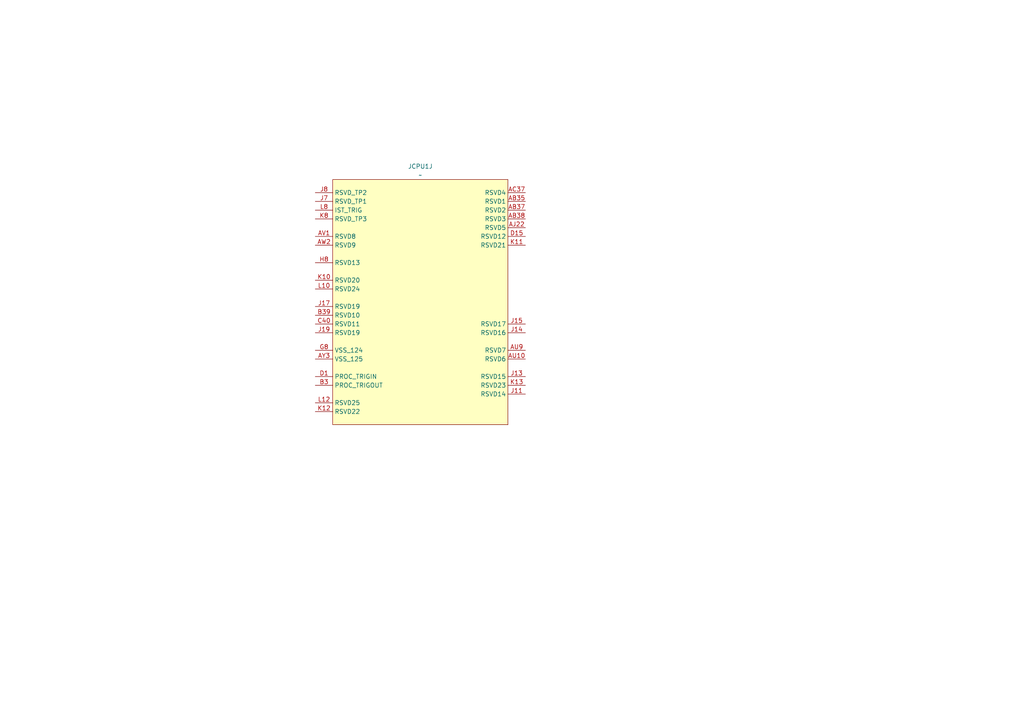
<source format=kicad_sch>
(kicad_sch (version 20250114) (generator "eeschema") (generator_version "9.0")
  (paper "A4")
  (title_block (title "CPU Miscellaneous and Reserved pins") (company "WifiCable"))
  (lib_symbols
    (symbol "A-my-stuff:Intel_CFL_1151"
      (property "Reference" "JCPU" (at 0 95.25 0))
      (symbol "Intel_CFL_1151_1_1"
        (pin input line (at -39.37 90.17 0) (length 5.08) (name "DDR0_DQ_0/DDR0_DQ_0") (number "AE38"))
        (pin input line (at -39.37 87.63 0) (length 5.08) (name "DDR0_DQ_1/DDR0_DQ_1") (number "AE37"))
        (pin input line (at -39.37 85.09 0) (length 5.08) (name "DDR0_DQ_2/DDR0_DQ_2") (number "AG38"))
        (pin input line (at -39.37 82.55 0) (length 5.08) (name "DDR0_DQ_3/DDR0_DQ_3") (number "AG37"))
        (pin input line (at -39.37 80.01 0) (length 5.08) (name "DDR0_DQ_4/DDR0_DQ_4") (number "AE39"))
        (pin input line (at -39.37 77.47 0) (length 5.08) (name "DDR0_DQ_5/DDR0_DQ_5") (number "AE40"))
        (pin input line (at -39.37 74.93 0) (length 5.08) (name "DDR0_DQ_6/DDR0_DQ_6") (number "AG39"))
        (pin input line (at -39.37 72.39 0) (length 5.08) (name "DDR0_DQ_7/DDR0_DQ_7") (number "AG40"))
        (pin input line (at -39.37 69.85 0) (length 5.08) (name "DDR0_DQ_8/DDR0_DQ_8") (number "AJ38"))
        (pin input line (at -39.37 67.31 0) (length 5.08) (name "DDR0_DQ_9/DDR0_DQ_9") (number "AJ37"))
        (pin input line (at -39.37 64.77 0) (length 5.08) (name "DDR0_DQ_10/DDR0_DQ_10") (number "AL38"))
        (pin input line (at -39.37 62.23 0) (length 5.08) (name "DDR0_DQ_11/DDR0_DQ_11") (number "AL37"))
        (pin input line (at -39.37 59.69 0) (length 5.08) (name "DDR0_DQ_12/DDR0_DQ_12") (number "AJ40"))
        (pin input line (at -39.37 57.15 0) (length 5.08) (name "DDR0_DQ_13/DDR0_DQ_13") (number "AJ39"))
        (pin input line (at -39.37 54.61 0) (length 5.08) (name "DDR0_DQ_14/DDR0_DQ_14") (number "AL39"))
        (pin input line (at -39.37 52.07 0) (length 5.08) (name "DDR0_DQ_15/DDR0_DQ_15") (number "AL40"))
        (pin input line (at -39.37 48.26 0) (length 5.08) (name "DDR0_DQ_16/DDR0_DQ_32") (number "AN38"))
        (pin input line (at -39.37 45.72 0) (length 5.08) (name "DDR0_DQ_17/DDR0_DQ_33") (number "AN40"))
        (pin input line (at -39.37 43.18 0) (length 5.08) (name "DDR0_DQ_18/DDR0_DQ_34") (number "AR38"))
        (pin input line (at -39.37 40.64 0) (length 5.08) (name "DDR0_DQ_19/DDR0_DQ_35") (number "AR37"))
        (pin input line (at -39.37 38.1 0) (length 5.08) (name "DDR0_DQ_20/DDR0_DQ_36") (number "AN39"))
        (pin input line (at -39.37 35.56 0) (length 5.08) (name "DDR0_DQ_21/DDR0_DQ_37") (number "AN37"))
        (pin input line (at -39.37 33.02 0) (length 5.08) (name "DDR0_DQ_22/DDR0_DQ_38") (number "AR39"))
        (pin input line (at -39.37 30.48 0) (length 5.08) (name "DDR0_DQ_23/DDR0_DQ_39") (number "AR40"))
        (pin input line (at -39.37 27.94 0) (length 5.08) (name "DDR0_DQ_24/DDR0_DQ_40") (number "AW37"))
        (pin input line (at -39.37 25.4 0) (length 5.08) (name "DDR0_DQ_25/DDR0_DQ_41") (number "AU38"))
        (pin input line (at -39.37 22.86 0) (length 5.08) (name "DDR0_DQ_26/DDR0_DQ_42") (number "AV35"))
        (pin input line (at -39.37 20.32 0) (length 5.08) (name "DDR0_DQ_27/DDR0_DQ_43") (number "AW35"))
        (pin input line (at -39.37 17.78 0) (length 5.08) (name "DDR0_DQ_28/DDR0_DQ_44") (number "AU37"))
        (pin input line (at -39.37 15.24 0) (length 5.08) (name "DDR0_DQ_29/DDR0_DQ_45") (number "AV37"))
        (pin input line (at -39.37 12.7 0) (length 5.08) (name "DDR0_DQ_30/DDR0_DQ_46") (number "AT35"))
        (pin input line (at -39.37 10.16 0) (length 5.08) (name "DDR0_DQ_31/DDR0_DQ_47") (number "AU35"))
        (pin input line (at -39.37 6.35 0) (length 5.08) (name "DDR0_DQ_32/DDR1_DQ_0") (number "AY8"))
        (pin input line (at -39.37 3.81 0) (length 5.08) (name "DDR0_DQ_33/DDR1_DQ_1") (number "AW8"))
        (pin input line (at -39.37 1.27 0) (length 5.08) (name "DDR0_DQ_34/DDR1_DQ_2") (number "AV6"))
        (pin input line (at -39.37 -1.27 0) (length 5.08) (name "DDR0_DQ_35/DDR1_DQ_3") (number "AU6"))
        (pin input line (at -39.37 -3.81 0) (length 5.08) (name "DDR0_DQ_36/DDR1_DQ_4") (number "AU8"))
        (pin input line (at -39.37 -6.35 0) (length 5.08) (name "DDR0_DQ_37/DDR1_DQ_5") (number "AV8"))
        (pin input line (at -39.37 -8.89 0) (length 5.08) (name "DDR0_DQ_38/DDR1_DQ_6") (number "AW6"))
        (pin input line (at -39.37 -11.43 0) (length 5.08) (name "DDR0_DQ_39/DDR1_DQ_7") (number "AY6"))
        (pin input line (at -39.37 -13.97 0) (length 5.08) (name "DDR0_DQ_40/DDR1_DQ_8") (number "AY4"))
        (pin input line (at -39.37 -16.51 0) (length 5.08) (name "DDR0_DQ_41/DDR1_DQ_9") (number "AV4"))
        (pin input line (at -39.37 -19.05 0) (length 5.08) (name "DDR0_DQ_42/DDR1_DQ_10") (number "AT1"))
        (pin input line (at -39.37 -21.59 0) (length 5.08) (name "DDR0_DQ_43/DDR1_DQ_11") (number "AT2"))
        (pin input line (at -39.37 -24.13 0) (length 5.08) (name "DDR0_DQ_44/DDR1_DQ_12") (number "AV3"))
        (pin input line (at -39.37 -26.67 0) (length 5.08) (name "DDR0_DQ_45/DDR1_DQ_13") (number "AW4"))
        (pin input line (at -39.37 -29.21 0) (length 5.08) (name "DDR0_DQ_46/DDR1_DQ_14") (number "AT4"))
        (pin input line (at -39.37 -31.75 0) (length 5.08) (name "DDR0_DQ_47/DDR1_DQ_15") (number "AT3"))
        (pin input line (at -39.37 -35.56 0) (length 5.08) (name "DDR0_DQ_48/DDR1_DQ_32") (number "AP2"))
        (pin input line (at -39.37 -38.1 0) (length 5.08) (name "DDR0_DQ_49/DDR1_DQ_33") (number "AM4"))
        (pin input line (at -39.37 -40.64 0) (length 5.08) (name "DDR0_DQ_50/DDR1_DQ_34") (number "AP3"))
        (pin input line (at -39.37 -43.18 0) (length 5.08) (name "DDR0_DQ_51/DDR1_DQ_35") (number "AM3"))
        (pin input line (at -39.37 -45.72 0) (length 5.08) (name "DDR0_DQ_52/DDR1_DQ_36") (number "AP4"))
        (pin input line (at -39.37 -48.26 0) (length 5.08) (name "DDR0_DQ_53/DDR1_DQ_37") (number "AM2"))
        (pin input line (at -39.37 -50.8 0) (length 5.08) (name "DDR0_DQ_54/DDR1_DQ_38") (number "AP1"))
        (pin input line (at -39.37 -53.34 0) (length 5.08) (name "DDR0_DQ_55/DDR1_DQ_39") (number "AM1"))
        (pin input line (at -39.37 -55.88 0) (length 5.08) (name "DDR0_DQ_56/DDR1_DQ_40") (number "AK3"))
        (pin input line (at -39.37 -58.42 0) (length 5.08) (name "DDR0_DQ_57/DDR1_DQ_41") (number "AH1"))
        (pin input line (at -39.37 -60.96 0) (length 5.08) (name "DDR0_DQ_58/DDR1_DQ_42") (number "AK4"))
        (pin input line (at -39.37 -63.5 0) (length 5.08) (name "DDR0_DQ_59/DDR1_DQ_43") (number "AH2"))
        (pin input line (at -39.37 -66.04 0) (length 5.08) (name "DDR0_DQ_60/DDR1_DQ_44") (number "AH4"))
        (pin input line (at -39.37 -68.58 0) (length 5.08) (name "DDR0_DQ_61/DDR1_DQ_45") (number "AK2"))
        (pin input line (at -39.37 -71.12 0) (length 5.08) (name "DDR0_DQ_62/DDR1_DQ_46") (number "AH3"))
        (pin input line (at -39.37 -73.66 0) (length 5.08) (name "DDR0_DQ_63/DDR1_DQ_47") (number "AK1"))
        (pin input line (at -39.37 -77.47 0) (length 5.08) (name "DDR0_ECC_0") (number "AU33"))
        (pin input line (at -39.37 -80.01 0) (length 5.08) (name "DDR0_ECC_1") (number "AT33"))
        (pin input line (at -39.37 -82.55 0) (length 5.08) (name "DDR0_ECC_2") (number "AW33"))
        (pin input line (at -39.37 -85.09 0) (length 5.08) (name "DDR0_ECC_3") (number "AV31"))
        (pin input line (at -39.37 -87.63 0) (length 5.08) (name "DDR0_ECC_4") (number "AU31"))
        (pin input line (at -39.37 -90.17 0) (length 5.08) (name "DDR0_ECC_5") (number "AV33"))
        (pin input line (at -39.37 -92.71 0) (length 5.08) (name "DDR0_ECC_6") (number "AW31"))
        (pin input line (at -39.37 -95.25 0) (length 5.08) (name "DDR0_ECC_7") (number "AY31"))
        (pin input line (at 39.37 90.17 180) (length 5.08) (name "DDR0_CKP_0") (number "AW18"))
        (pin input line (at 39.37 87.63 180) (length 5.08) (name "DDR0_CKN_0") (number "AV18"))
        (pin input line (at 39.37 85.09 180) (length 5.08) (name "DDR0_CKP_1") (number "AW17"))
        (pin input line (at 39.37 82.55 180) (length 5.08) (name "DDR0_CKN_1") (number "AY17"))
        (pin input line (at 39.37 80.01 180) (length 5.08) (name "DDR0_CKP_2") (number "AW16"))
        (pin input line (at 39.37 77.47 180) (length 5.08) (name "DDR0_CKN_2") (number "AV16"))
        (pin input line (at 39.37 74.93 180) (length 5.08) (name "DDR0_CKP_3") (number "AT16"))
        (pin input line (at 39.37 72.39 180) (length 5.08) (name "DDR0_CKN_3") (number "AU16"))
        (pin input line (at 39.37 67.31 180) (length 5.08) (name "DDR0_CKE_0") (number "AY24"))
        (pin input line (at 39.37 64.77 180) (length 5.08) (name "DDR0_CKE_1") (number "AW24"))
        (pin input line (at 39.37 62.23 180) (length 5.08) (name "DDR0_CKE_2") (number "AV24"))
        (pin input line (at 39.37 59.69 180) (length 5.08) (name "DDR0_CKE_3") (number "AV25"))
        (pin input line (at 39.37 54.61 180) (length 5.08) (name "DDR0_CS#_0") (number "AW12"))
        (pin input line (at 39.37 52.07 180) (length 5.08) (name "DDR0_CS#_1") (number "AU11"))
        (pin input line (at 39.37 49.53 180) (length 5.08) (name "DDR0_CS#_2") (number "AV13"))
        (pin input line (at 39.37 46.99 180) (length 5.08) (name "DDR0_CS#_3") (number "AV10"))
        (pin input line (at 39.37 41.91 180) (length 5.08) (name "DDR0_ODT_0") (number "AW11"))
        (pin input line (at 39.37 39.37 180) (length 5.08) (name "DDR0_ODT_1") (number "AU14"))
        (pin input line (at 39.37 36.83 180) (length 5.08) (name "DDR0_ODT_2") (number "AU12"))
        (pin input line (at 39.37 34.29 180) (length 5.08) (name "DDR0_ODT_3") (number "AY10"))
        (pin input line (at 39.37 29.21 180) (length 5.08) (name "DDR0_BA_0") (number "AY13"))
        (pin input line (at 39.37 26.67 180) (length 5.08) (name "DDR0_BA_1") (number "AV15"))
        (pin input line (at 39.37 24.13 180) (length 5.08) (name "DDR0_BG_0") (number "AW23"))
        (pin input line (at 39.37 19.05 180) (length 5.08) (name "DDR0_MA_16") (number "AW13"))
        (pin input line (at 39.37 16.51 180) (length 5.08) (name "DDR0_MA_14") (number "AV14"))
        (pin input line (at 39.37 13.97 180) (length 5.08) (name "DDR0_MA_15") (number "AY11"))
        (pin input line (at 39.37 8.89 180) (length 5.08) (name "DDR0_MA_0") (number "AW15"))
        (pin input line (at 39.37 6.35 180) (length 5.08) (name "DDR0_MA_1") (number "AU18"))
        (pin input line (at 39.37 3.81 180) (length 5.08) (name "DDR0_MA_2") (number "AU17"))
        (pin input line (at 39.37 1.27 180) (length 5.08) (name "DDR0_MA_3") (number "AV19"))
        (pin input line (at 39.37 -1.27 180) (length 5.08) (name "DDR0_MA_4") (number "AT19"))
        (pin input line (at 39.37 -3.81 180) (length 5.08) (name "DDR0_MA_5") (number "AU20"))
        (pin input line (at 39.37 -6.35 180) (length 5.08) (name "DDR0_MA_6") (number "AV20"))
        (pin input line (at 39.37 -8.89 180) (length 5.08) (name "DDR0_MA_7") (number "AU21"))
        (pin input line (at 39.37 -11.43 180) (length 5.08) (name "DDR0_MA_8") (number "AT20"))
        (pin input line (at 39.37 -13.97 180) (length 5.08) (name "DDR0_MA_9") (number "AT22"))
        (pin input line (at 39.37 -16.51 180) (length 5.08) (name "DDR0_MA_10") (number "AY14"))
        (pin input line (at 39.37 -19.05 180) (length 5.08) (name "DDR0_MA_11") (number "AU22"))
        (pin input line (at 39.37 -21.59 180) (length 5.08) (name "DDR0_MA_12") (number "AV22"))
        (pin input line (at 39.37 -24.13 180) (length 5.08) (name "DDR0_MA_13") (number "AV12"))
        (pin input line (at 39.37 -26.67 180) (length 5.08) (name "DDR0_BG_1") (number "AV23"))
        (pin input line (at 39.37 -29.21 180) (length 5.08) (name "DDR0_ACT#") (number "AU24"))
        (pin input line (at 39.37 -34.29 180) (length 5.08) (name "DDR0_PAR") (number "AY15"))
        (pin input line (at 39.37 -36.83 180) (length 5.08) (name "DDR0_ALERT#") (number "AT23"))
        (pin input line (at 39.37 -41.91 180) (length 5.08) (name "DDR0_DQSP_0/DDR0_DQSP_0") (number "AF38"))
        (pin input line (at 39.37 -44.45 180) (length 5.08) (name "DDR0_DQSN_0/DDR0_DQSN_0") (number "AF39"))
        (pin input line (at 39.37 -48.26 180) (length 5.08) (name "DDR0_DQSP_1/DDR0_DQSP_1") (number "AK38"))
        (pin input line (at 39.37 -50.8 180) (length 5.08) (name "DDR0_DQSN_1/DDR0_DQSN_1") (number "AK39"))
        (pin input line (at 39.37 -54.61 180) (length 5.08) (name "DDR0_DQSP_2/DDR0_DQSP_4") (number "AP38"))
        (pin input line (at 39.37 -57.15 180) (length 5.08) (name "DDR0_DQSN_2/DDR0_DQSN_4") (number "AP39"))
        (pin input line (at 39.37 -60.96 180) (length 5.08) (name "DDR0_DQSP_3/DDR0_DQSP_5") (number "AV36"))
        (pin input line (at 39.37 -63.5 180) (length 5.08) (name "DDR0_DQSN_3/DDR0_DQSN_5") (number "AU36"))
        (pin input line (at 39.37 -67.31 180) (length 5.08) (name "DDR0_DQSP_4/DDR1_DQSP_0") (number "AV7"))
        (pin input line (at 39.37 -69.85 180) (length 5.08) (name "DDR0_DQSN_4/DDR1_DQSN_0") (number "AW7"))
        (pin input line (at 39.37 -73.66 180) (length 5.08) (name "DDR0_DQSP_5/DDR1_DQSP_1") (number "AU2"))
        (pin input line (at 39.37 -76.2 180) (length 5.08) (name "DDR0_DQSN_5/DDR1_DQSN_1") (number "AU3"))
        (pin input line (at 39.37 -80.01 180) (length 5.08) (name "DDR0_DQSP_6/DDR1_DQSP_4") (number "AN2"))
        (pin input line (at 39.37 -82.55 180) (length 5.08) (name "DDR0_DQSN_6/DDR1_DQSN_4") (number "AN3"))
        (pin input line (at 39.37 -86.36 180) (length 5.08) (name "DDR0_DQSP_7/DDR1_DQSP_5") (number "AJ2"))
        (pin input line (at 39.37 -88.9 180) (length 5.08) (name "DDR0_DQSN_7/DDR1_DQSN_5") (number "AJ3"))
        (pin input line (at 39.37 -92.71 180) (length 5.08) (name "DDR0_DQSP_8/DDR0_DQSP_8") (number "AV32"))
        (pin input line (at 39.37 -95.25 180) (length 5.08) (name "DDR0_DQSN_8/DDR0_DQSN_8") (number "AU32"))
      )
      (symbol "Intel_CFL_1151_2_1"
        (pin input line (at -39.37 90.17 0) (length 5.08) (name "DDR1_DQ_0/DDR0_DQ_16") (number "AD34"))
        (pin input line (at -39.37 87.63 0) (length 5.08) (name "DDR1_DQ_1/DDR0_DQ_17") (number "AD35"))
        (pin input line (at -39.37 85.09 0) (length 5.08) (name "DDR1_DQ_2/DDR0_DQ_18") (number "AG35"))
        (pin input line (at -39.37 82.55 0) (length 5.08) (name "DDR1_DQ_3/DDR0_DQ_19") (number "AH35"))
        (pin input line (at -39.37 80.01 0) (length 5.08) (name "DDR1_DQ_4/DDR0_DQ_20") (number "AE35"))
        (pin input line (at -39.37 77.47 0) (length 5.08) (name "DDR1_DQ_5/DDR0_DQ_21") (number "AE34"))
        (pin input line (at -39.37 74.93 0) (length 5.08) (name "DDR1_DQ_6/DDR0_DQ_22") (number "AG34"))
        (pin input line (at -39.37 72.39 0) (length 5.08) (name "DDR1_DQ_7/DDR0_DQ_23") (number "AH34"))
        (pin input line (at -39.37 69.85 0) (length 5.08) (name "DDR1_DQ_8/DDR0_DQ_24") (number "AK35"))
        (pin input line (at -39.37 67.31 0) (length 5.08) (name "DDR1_DQ_9/DDR0_DQ_25") (number "AL35"))
        (pin input line (at -39.37 64.77 0) (length 5.08) (name "DDR1_DQ_10/DDR0_DQ_26") (number "AK32"))
        (pin input line (at -39.37 62.23 0) (length 5.08) (name "DDR1_DQ_11/DDR0_DQ_27") (number "AL32"))
        (pin input line (at -39.37 59.69 0) (length 5.08) (name "DDR1_DQ_12/DDR0_DQ_28") (number "AK34"))
        (pin input line (at -39.37 57.15 0) (length 5.08) (name "DDR1_DQ_13/DDR0_DQ_29") (number "AL34"))
        (pin input line (at -39.37 54.61 0) (length 5.08) (name "DDR1_DQ_14/DDR0_DQ_30") (number "AK31"))
        (pin input line (at -39.37 52.07 0) (length 5.08) (name "DDR1_DQ_15/DDR0_DQ_31") (number "AL31"))
        (pin input line (at -39.37 48.26 0) (length 5.08) (name "DDR1_DQ_16/DDR0_DQ_48") (number "AP35"))
        (pin input line (at -39.37 45.72 0) (length 5.08) (name "DDR1_DQ_17/DDR0_DQ_49") (number "AN35"))
        (pin input line (at -39.37 43.18 0) (length 5.08) (name "DDR1_DQ_18/DDR0_DQ_50") (number "AN32"))
        (pin input line (at -39.37 40.64 0) (length 5.08) (name "DDR1_DQ_19/DDR0_DQ_51") (number "AP32"))
        (pin input line (at -39.37 38.1 0) (length 5.08) (name "DDR1_DQ_20/DDR0_DQ_52") (number "AN34"))
        (pin input line (at -39.37 35.56 0) (length 5.08) (name "DDR1_DQ_21/DDR0_DQ_53") (number "AP34"))
        (pin input line (at -39.37 33.02 0) (length 5.08) (name "DDR1_DQ_22/DDR0_DQ_54") (number "AN31"))
        (pin input line (at -39.37 30.48 0) (length 5.08) (name "DDR1_DQ_23/DDR0_DQ_55") (number "AP31"))
        (pin input line (at -39.37 27.94 0) (length 5.08) (name "DDR1_DQ_24/DDR0_DQ_56") (number "AL29"))
        (pin input line (at -39.37 25.4 0) (length 5.08) (name "DDR1_DQ_25/DDR0_DQ_57") (number "AM29"))
        (pin input line (at -39.37 22.86 0) (length 5.08) (name "DDR1_DQ_26/DDR0_DQ_58") (number "AP29"))
        (pin input line (at -39.37 20.32 0) (length 5.08) (name "DDR1_DQ_27/DDR0_DQ_59") (number "AR29"))
        (pin input line (at -39.37 17.78 0) (length 5.08) (name "DDR1_DQ_28/DDR0_DQ_60") (number "AM28"))
        (pin input line (at -39.37 15.24 0) (length 5.08) (name "DDR1_DQ_29/DDR0_DQ_61") (number "AL28"))
        (pin input line (at -39.37 12.7 0) (length 5.08) (name "DDR1_DQ_30/DDR0_DQ_62") (number "AR28"))
        (pin input line (at -39.37 10.16 0) (length 5.08) (name "DDR1_DQ_31/DDR0_DQ_63") (number "AP28"))
        (pin input line (at -39.37 6.35 0) (length 5.08) (name "DDR1_DQ_32/DDR1_DQ_16") (number "AR12"))
        (pin input line (at -39.37 3.81 0) (length 5.08) (name "DDR1_DQ_33/DDR1_DQ_17") (number "AP12"))
        (pin input line (at -39.37 1.27 0) (length 5.08) (name "DDR1_DQ_34/DDR1_DQ_18") (number "AM13"))
        (pin input line (at -39.37 -1.27 0) (length 5.08) (name "DDR1_DQ_35/DDR1_DQ_19") (number "AL13"))
        (pin input line (at -39.37 -3.81 0) (length 5.08) (name "DDR1_DQ_36/DDR1_DQ_20") (number "AR13"))
        (pin input line (at -39.37 -6.35 0) (length 5.08) (name "DDR1_DQ_37/DDR1_DQ_21") (number "AP13"))
        (pin input line (at -39.37 -8.89 0) (length 5.08) (name "DDR1_DQ_38/DDR1_DQ_22") (number "AM12"))
        (pin input line (at -39.37 -11.43 0) (length 5.08) (name "DDR1_DQ_39/DDR1_DQ_23") (number "AL12"))
        (pin input line (at -39.37 -13.97 0) (length 5.08) (name "DDR1_DQ_40/DDR1_DQ_24") (number "AP10"))
        (pin input line (at -39.37 -16.51 0) (length 5.08) (name "DDR1_DQ_41/DDR1_DQ_25") (number "AR10"))
        (pin input line (at -39.37 -19.05 0) (length 5.08) (name "DDR1_DQ_42/DDR1_DQ_26") (number "AR7"))
        (pin input line (at -39.37 -21.59 0) (length 5.08) (name "DDR1_DQ_43/DDR1_DQ_27") (number "AP7"))
        (pin input line (at -39.37 -24.13 0) (length 5.08) (name "DDR1_DQ_44/DDR1_DQ_28") (number "AR9"))
        (pin input line (at -39.37 -26.67 0) (length 5.08) (name "DDR1_DQ_45/DDR1_DQ_29") (number "AP9"))
        (pin input line (at -39.37 -29.21 0) (length 5.08) (name "DDR1_DQ_46/DDR1_DQ_30") (number "AR6"))
        (pin input line (at -39.37 -31.75 0) (length 5.08) (name "DDR1_DQ_47/DDR1_DQ_31") (number "AP6"))
        (pin input line (at -39.37 -35.56 0) (length 5.08) (name "DDR1_DQ_48/DDR1_DQ_48") (number "AM10"))
        (pin input line (at -39.37 -38.1 0) (length 5.08) (name "DDR1_DQ_49/DDR1_DQ_49") (number "AL10"))
        (pin input line (at -39.37 -40.64 0) (length 5.08) (name "DDR1_DQ_50/DDR1_DQ_50") (number "AM7"))
        (pin input line (at -39.37 -43.18 0) (length 5.08) (name "DDR1_DQ_51/DDR1_DQ_51") (number "AL7"))
        (pin input line (at -39.37 -45.72 0) (length 5.08) (name "DDR1_DQ_52/DDR1_DQ_52") (number "AM9"))
        (pin input line (at -39.37 -48.26 0) (length 5.08) (name "DDR1_DQ_53/DDR1_DQ_53") (number "AL9"))
        (pin input line (at -39.37 -50.8 0) (length 5.08) (name "DDR1_DQ_54/DDR1_DQ_54") (number "AM6"))
        (pin input line (at -39.37 -53.34 0) (length 5.08) (name "DDR1_DQ_55/DDR1_DQ_55") (number "AL6"))
        (pin input line (at -39.37 -55.88 0) (length 5.08) (name "DDR1_DQ_56/DDR1_DQ_56") (number "AJ6"))
        (pin input line (at -39.37 -58.42 0) (length 5.08) (name "DDR1_DQ_57/DDR1_DQ_57") (number "AJ7"))
        (pin input line (at -39.37 -60.96 0) (length 5.08) (name "DDR1_DQ_58/DDR1_DQ_58") (number "AE6"))
        (pin input line (at -39.37 -63.5 0) (length 5.08) (name "DDR1_DQ_59/DDR1_DQ_59") (number "AF7"))
        (pin input line (at -39.37 -66.04 0) (length 5.08) (name "DDR1_DQ_60/DDR1_DQ_60") (number "AH7"))
        (pin input line (at -39.37 -68.58 0) (length 5.08) (name "DDR1_DQ_61/DDR1_DQ_61") (number "AH6"))
        (pin input line (at -39.37 -71.12 0) (length 5.08) (name "DDR1_DQ_62/DDR1_DQ_62") (number "AE7"))
        (pin input line (at -39.37 -73.66 0) (length 5.08) (name "DDR1_DQ_63/DDR1_DQ_63") (number "AF6"))
        (pin input line (at -39.37 -77.47 0) (length 5.08) (name "DDR1_ECC_0") (number "AR25"))
        (pin input line (at -39.37 -80.01 0) (length 5.08) (name "DDR1_ECC_1") (number "AR26"))
        (pin input line (at -39.37 -82.55 0) (length 5.08) (name "DDR1_ECC_2") (number "AM26"))
        (pin input line (at -39.37 -85.09 0) (length 5.08) (name "DDR1_ECC_3") (number "AM25"))
        (pin input line (at -39.37 -87.63 0) (length 5.08) (name "DDR1_ECC_4") (number "AP26"))
        (pin input line (at -39.37 -90.17 0) (length 5.08) (name "DDR1_ECC_5") (number "AP25"))
        (pin input line (at -39.37 -92.71 0) (length 5.08) (name "DDR1_ECC_6") (number "AL25"))
        (pin input line (at -39.37 -95.25 0) (length 5.08) (name "DDR1_ECC_7") (number "AL26"))
        (pin input line (at 39.37 90.17 180) (length 5.08) (name "DDR1_CKP_0") (number "AM20"))
        (pin input line (at 39.37 87.63 180) (length 5.08) (name "DDR1_CKN_0") (number "AM21"))
        (pin input line (at 39.37 85.09 180) (length 5.08) (name "DDR1_CKP_1") (number "AP22"))
        (pin input line (at 39.37 82.55 180) (length 5.08) (name "DDR1_CKN_1") (number "AP21"))
        (pin input line (at 39.37 80.01 180) (length 5.08) (name "DDR1_CKP_2") (number "AN20"))
        (pin input line (at 39.37 77.47 180) (length 5.08) (name "DDR1_CKN_2") (number "AN21"))
        (pin input line (at 39.37 74.93 180) (length 5.08) (name "DDR1_CKP_3") (number "AP19"))
        (pin input line (at 39.37 72.39 180) (length 5.08) (name "DDR1_CKN_3") (number "AP20"))
        (pin input line (at 39.37 67.31 180) (length 5.08) (name "DDR1_CKE_0") (number "AY29"))
        (pin input line (at 39.37 64.77 180) (length 5.08) (name "DDR1_CKE_1") (number "AV29"))
        (pin input line (at 39.37 62.23 180) (length 5.08) (name "DDR1_CKE_2") (number "AW29"))
        (pin input line (at 39.37 59.69 180) (length 5.08) (name "DDR1_CKE_3") (number "AU29"))
        (pin input line (at 39.37 54.61 180) (length 5.08) (name "DDR1_CS#_0") (number "AP17"))
        (pin input line (at 39.37 52.07 180) (length 5.08) (name "DDR1_CS#_1") (number "AN15"))
        (pin input line (at 39.37 49.53 180) (length 5.08) (name "DDR1_CS#_2") (number "AN17"))
        (pin input line (at 39.37 46.99 180) (length 5.08) (name "DDR1_CS#_3") (number "AM15"))
        (pin input line (at 39.37 41.91 180) (length 5.08) (name "DDR1_ODT_0") (number "AM16"))
        (pin input line (at 39.37 39.37 180) (length 5.08) (name "DDR1_ODT_1") (number "AL16"))
        (pin input line (at 39.37 36.83 180) (length 5.08) (name "DDR1_ODT_2") (number "AP15"))
        (pin input line (at 39.37 34.29 180) (length 5.08) (name "DDR1_ODT_3") (number "AL15"))
        (pin input line (at 39.37 29.21 180) (length 5.08) (name "DDR1_BA_0") (number "AL18"))
        (pin input line (at 39.37 26.67 180) (length 5.08) (name "DDR1_BA_1") (number "AM18"))
        (pin input line (at 39.37 24.13 180) (length 5.08) (name "DDR1_BG_0") (number "AW28"))
        (pin input line (at 39.37 19.05 180) (length 5.08) (name "DDR1_MA_16") (number "AN18"))
        (pin input line (at 39.37 16.51 180) (length 5.08) (name "DDR1_MA_14") (number "AL17"))
        (pin input line (at 39.37 13.97 180) (length 5.08) (name "DDR1_MA_15") (number "AP16"))
        (pin input line (at 39.37 8.89 180) (length 5.08) (name "DDR1_MA_0") (number "AL19"))
        (pin input line (at 39.37 6.35 180) (length 5.08) (name "DDR1_MA_1") (number "AL22"))
        (pin input line (at 39.37 3.81 180) (length 5.08) (name "DDR1_MA_2") (number "AM22"))
        (pin input line (at 39.37 1.27 180) (length 5.08) (name "DDR1_MA_3") (number "AM23"))
        (pin input line (at 39.37 -1.27 180) (length 5.08) (name "DDR1_MA_4") (number "AP23"))
        (pin input line (at 39.37 -3.81 180) (length 5.08) (name "DDR1_MA_5") (number "AL23"))
        (pin input line (at 39.37 -6.35 180) (length 5.08) (name "DDR1_MA_6") (number "AW26"))
        (pin input line (at 39.37 -8.89 180) (length 5.08) (name "DDR1_MA_7") (number "AY26"))
        (pin input line (at 39.37 -11.43 180) (length 5.08) (name "DDR1_MA_8") (number "AU26"))
        (pin input line (at 39.37 -13.97 180) (length 5.08) (name "DDR1_MA_9") (number "AW27"))
        (pin input line (at 39.37 -16.51 180) (length 5.08) (name "DDR1_MA_10") (number "AP18"))
        (pin input line (at 39.37 -19.05 180) (length 5.08) (name "DDR1_MA_11") (number "AU27"))
        (pin input line (at 39.37 -21.59 180) (length 5.08) (name "DDR1_MA_12") (number "AV27"))
        (pin input line (at 39.37 -24.13 180) (length 5.08) (name "DDR1_MA_13") (number "AR15"))
        (pin input line (at 39.37 -26.67 180) (length 5.08) (name "DDR1_BG_1") (number "AY28"))
        (pin input line (at 39.37 -29.21 180) (length 5.08) (name "DDR1_ACT#") (number "AU28"))
        (pin input line (at 39.37 -34.29 180) (length 5.08) (name "DDR1_PAR") (number "AL20"))
        (pin input line (at 39.37 -36.83 180) (length 5.08) (name "DDR1_ALERT#") (number "AY25"))
        (pin input line (at 39.37 -41.91 180) (length 5.08) (name "DDR1_DQSP_0/DDR0_DQSP_2") (number "AF35"))
        (pin input line (at 39.37 -44.45 180) (length 5.08) (name "DDR1_DQSN_0/DDR0_DQSN_2") (number "AF34"))
        (pin input line (at 39.37 -48.26 180) (length 5.08) (name "DDR1_DQSP_1/DDR0_DQSP_3") (number "AL33"))
        (pin input line (at 39.37 -50.8 180) (length 5.08) (name "DDR1_DQSN_1/DDR0_DQSN_3") (number "AK33"))
        (pin input line (at 39.37 -54.61 180) (length 5.08) (name "DDR1_DQSP_2/DDR0_DQSP_6") (number "AP33"))
        (pin input line (at 39.37 -57.15 180) (length 5.08) (name "DDR1_DQSN_2/DDR0_DQSN_6") (number "AN33"))
        (pin input line (at 39.37 -60.96 180) (length 5.08) (name "DDR1_DQSP_3/DDR0_DQSP_7") (number "AN28"))
        (pin input line (at 39.37 -63.5 180) (length 5.08) (name "DDR1_DQSN_3/DDR0_DQSN_7") (number "AN29"))
        (pin input line (at 39.37 -67.31 180) (length 5.08) (name "DDR1_DQSP_4/DDR1_DQSP_2") (number "AN12"))
        (pin input line (at 39.37 -69.85 180) (length 5.08) (name "DDR1_DQSN_4/DDR1_DQSN_2") (number "AN13"))
        (pin input line (at 39.37 -73.66 180) (length 5.08) (name "DDR1_DQSP_5/DDR1_DQSP_3") (number "AP8"))
        (pin input line (at 39.37 -76.2 180) (length 5.08) (name "DDR1_DQSN_5/DDR1_DQSN_3") (number "AR8"))
        (pin input line (at 39.37 -80.01 180) (length 5.08) (name "DDR1_DQSP_6/DDR1_DQSP_6") (number "AL8"))
        (pin input line (at 39.37 -82.55 180) (length 5.08) (name "DDR1_DQSN_6/DDR1_DQSN_6") (number "AM8"))
        (pin input line (at 39.37 -86.36 180) (length 5.08) (name "DDR1_DQSP_7/DDR1_DQSP_7") (number "AG7"))
        (pin input line (at 39.37 -88.9 180) (length 5.08) (name "DDR1_DQSN_7/DDR1_DQSN_7") (number "AG6"))
        (pin input line (at 39.37 -92.71 180) (length 5.08) (name "DDR1_DQSP_8/DDR1_DQSP_8") (number "AN25"))
        (pin input line (at 39.37 -95.25 180) (length 5.08) (name "DDR1_DQSN_8/DDR1_DQSN_8") (number "AN26"))
        (pin input line (at 39.37 -100.33 180) (length 5.08) (name "DDR_VREF_CA") (number "AB40"))
        (pin input line (at 39.37 -102.87 180) (length 5.08) (name "DDR0_VREF_DQ") (number "AC40"))
        (pin input line (at 39.37 -105.41 180) (length 5.08) (name "DDR1_VREF_DQ") (number "AC39"))
      )
      (symbol "Intel_CFL_1151_3_1"
        (pin input line (at -30.48 90.17 0) (length 5.08) (name "PEG_RXP_0") (number "B8"))
        (pin input line (at -30.48 87.63 0) (length 5.08) (name "PEG_RXN_0") (number "B7"))
        (pin input line (at -30.48 82.55 0) (length 5.08) (name "PEG_RXP_1") (number "C7"))
        (pin input line (at -30.48 80.01 0) (length 5.08) (name "PEG_RXN_1") (number "C6"))
        (pin input line (at -30.48 74.93 0) (length 5.08) (name "PEG_RXP_2") (number "D6"))
        (pin input line (at -30.48 72.39 0) (length 5.08) (name "PEG_RXN_2") (number "D5"))
        (pin input line (at -30.48 67.31 0) (length 5.08) (name "PEG_RXP_3") (number "E5"))
        (pin input line (at -30.48 64.77 0) (length 5.08) (name "PEG_RXN_3") (number "E4"))
        (pin input line (at -30.48 59.69 0) (length 5.08) (name "PEG_RXP_4") (number "F6"))
        (pin input line (at -30.48 57.15 0) (length 5.08) (name "PEG_RXN_4") (number "F5"))
        (pin input line (at -30.48 52.07 0) (length 5.08) (name "PEG_RXP_5") (number "G5"))
        (pin input line (at -30.48 49.53 0) (length 5.08) (name "PEG_RXN_5") (number "G4"))
        (pin input line (at -30.48 44.45 0) (length 5.08) (name "PEG_RXP_6") (number "H6"))
        (pin input line (at -30.48 41.91 0) (length 5.08) (name "PEG_RXN_6") (number "H5"))
        (pin input line (at -30.48 36.83 0) (length 5.08) (name "PEG_RXP_7") (number "J5"))
        (pin input line (at -30.48 34.29 0) (length 5.08) (name "PEG_RXN_7") (number "J4"))
        (pin input line (at -30.48 29.21 0) (length 5.08) (name "PEG_RXP_8") (number "K6"))
        (pin input line (at -30.48 26.67 0) (length 5.08) (name "PEG_RXN_8") (number "K5"))
        (pin input line (at -30.48 21.59 0) (length 5.08) (name "PEG_RXP_9") (number "L5"))
        (pin input line (at -30.48 19.05 0) (length 5.08) (name "PEG_RXN_9") (number "L4"))
        (pin input line (at -30.48 13.97 0) (length 5.08) (name "PEG_RXP_10") (number "M6"))
        (pin input line (at -30.48 11.43 0) (length 5.08) (name "PEG_RXN_10") (number "M5"))
        (pin input line (at -30.48 6.35 0) (length 5.08) (name "PEG_RXP_11") (number "N5"))
        (pin input line (at -30.48 3.81 0) (length 5.08) (name "PEG_RXN_11") (number "N4"))
        (pin input line (at -30.48 -1.27 0) (length 5.08) (name "PEG_RXP_12") (number "P6"))
        (pin input line (at -30.48 -3.81 0) (length 5.08) (name "PEG_RXN_12") (number "P5"))
        (pin input line (at -30.48 -8.89 0) (length 5.08) (name "PEG_RXP_13") (number "R5"))
        (pin input line (at -30.48 -11.43 0) (length 5.08) (name "PEG_RXN_13") (number "R4"))
        (pin input line (at -30.48 -16.51 0) (length 5.08) (name "PEG_RXP_14") (number "T6"))
        (pin input line (at -30.48 -19.05 0) (length 5.08) (name "PEG_RXN_14") (number "T5"))
        (pin input line (at -30.48 -24.13 0) (length 5.08) (name "PEG_RXP_15") (number "U5"))
        (pin input line (at -30.48 -26.67 0) (length 5.08) (name "PEG_RXN_15") (number "U4"))
        (pin input line (at -30.48 -31.75 0) (length 5.08) (name "PEG_RCOMP") (number "L7"))
        (pin input line (at -30.48 -41.91 0) (length 5.08) (name "DMI_RXP_0") (number "Y3"))
        (pin input line (at -30.48 -44.45 0) (length 5.08) (name "DMI_RXN_0") (number "Y4"))
        (pin input line (at -30.48 -49.53 0) (length 5.08) (name "DMI_RXP_1") (number "AA4"))
        (pin input line (at -30.48 -52.07 0) (length 5.08) (name "DMI_RXN_1") (number "AA5"))
        (pin input line (at -30.48 -57.15 0) (length 5.08) (name "DMI_RXP_2") (number "AB4"))
        (pin input line (at -30.48 -59.69 0) (length 5.08) (name "DMI_RXN_2") (number "AB3"))
        (pin input line (at -30.48 -64.77 0) (length 5.08) (name "DMI_RXP_3") (number "AC4"))
        (pin input line (at -30.48 -67.31 0) (length 5.08) (name "DMI_RXN_3") (number "AC5"))
        (pin input line (at 30.48 90.17 180) (length 5.08) (name "PEG_TXP_0") (number "A5"))
        (pin input line (at 30.48 87.63 180) (length 5.08) (name "PEG_TXN_0") (number "A6"))
        (pin input line (at 30.48 82.55 180) (length 5.08) (name "PEG_TXP_1") (number "B4"))
        (pin input line (at 30.48 80.01 180) (length 5.08) (name "PEG_TXN_1") (number "B5"))
        (pin input line (at 30.48 74.93 180) (length 5.08) (name "PEG_TXP_2") (number "C3"))
        (pin input line (at 30.48 72.39 180) (length 5.08) (name "PEG_TXN_2") (number "C4"))
        (pin input line (at 30.48 67.31 180) (length 5.08) (name "PEG_TXP_3") (number "D2"))
        (pin input line (at 30.48 64.77 180) (length 5.08) (name "PEG_TXN_3") (number "D3"))
        (pin input line (at 30.48 59.69 180) (length 5.08) (name "PEG_TXP_4") (number "E1"))
        (pin input line (at 30.48 57.15 180) (length 5.08) (name "PEG_TXN_4") (number "E2"))
        (pin input line (at 30.48 52.07 180) (length 5.08) (name "PEG_TXP_5") (number "F2"))
        (pin input line (at 30.48 49.53 180) (length 5.08) (name "PEG_TXN_5") (number "F3"))
        (pin input line (at 30.48 44.45 180) (length 5.08) (name "PEG_TXP_6") (number "G1"))
        (pin input line (at 30.48 41.91 180) (length 5.08) (name "PEG_TXN_6") (number "G2"))
        (pin input line (at 30.48 36.83 180) (length 5.08) (name "PEG_TXP_7") (number "H2"))
        (pin input line (at 30.48 34.29 180) (length 5.08) (name "PEG_TXN_7") (number "H3"))
        (pin input line (at 30.48 29.21 180) (length 5.08) (name "PEG_TXP_8") (number "J1"))
        (pin input line (at 30.48 26.67 180) (length 5.08) (name "PEG_TXN_8") (number "J2"))
        (pin input line (at 30.48 21.59 180) (length 5.08) (name "PEG_TXP_9") (number "K2"))
        (pin input line (at 30.48 19.05 180) (length 5.08) (name "PEG_TXN_9") (number "K3"))
        (pin input line (at 30.48 13.97 180) (length 5.08) (name "PEG_TXP_10") (number "L1"))
        (pin input line (at 30.48 11.43 180) (length 5.08) (name "PEG_TXN_10") (number "L2"))
        (pin input line (at 30.48 6.35 180) (length 5.08) (name "PEG_TXP_11") (number "M2"))
        (pin input line (at 30.48 3.81 180) (length 5.08) (name "PEG_TXN_11") (number "M3"))
        (pin input line (at 30.48 -1.27 180) (length 5.08) (name "PEG_TXP_12") (number "N1"))
        (pin input line (at 30.48 -3.81 180) (length 5.08) (name "PEG_TXN_12") (number "N2"))
        (pin input line (at 30.48 -8.89 180) (length 5.08) (name "PEG_TXP_13") (number "P2"))
        (pin input line (at 30.48 -11.43 180) (length 5.08) (name "PEG_TXN_13") (number "P3"))
        (pin input line (at 30.48 -16.51 180) (length 5.08) (name "PEG_TXP_14") (number "R2"))
        (pin input line (at 30.48 -19.05 180) (length 5.08) (name "PEG_TXN_14") (number "R1"))
        (pin input line (at 30.48 -24.13 180) (length 5.08) (name "PEG_TXP_15") (number "T2"))
        (pin input line (at 30.48 -26.67 180) (length 5.08) (name "PEG_TXN_15") (number "T3"))
        (pin input line (at 30.48 -41.91 180) (length 5.08) (name "DMI_TXP_0") (number "AC2"))
        (pin input line (at 30.48 -44.45 180) (length 5.08) (name "DMI_TXN_0") (number "AC1"))
        (pin input line (at 30.48 -49.53 180) (length 5.08) (name "DMI_TXP_1") (number "AD3"))
        (pin input line (at 30.48 -52.07 180) (length 5.08) (name "DMI_TXN_1") (number "AD2"))
        (pin input line (at 30.48 -57.15 180) (length 5.08) (name "DMI_TXP_2") (number "AE2"))
        (pin input line (at 30.48 -59.69 180) (length 5.08) (name "DMI_TXN_2") (number "AE1"))
        (pin input line (at 30.48 -64.77 180) (length 5.08) (name "DMI_TXP_3") (number "AF2"))
        (pin input line (at 30.48 -67.31 180) (length 5.08) (name "DMI_TXN_3") (number "AF3"))
      )
      (symbol "Intel_CFL_1151_4_1"
        (pin input line (at -30.48 90.17 0) (length 5.08) (name "DDI1_TXP_0") (number "C21"))
        (pin input line (at -30.48 87.63 0) (length 5.08) (name "DDI1_TXN_0") (number "D21"))
        (pin input line (at -30.48 85.09 0) (length 5.08) (name "DDI1_TXP_1") (number "D22"))
        (pin input line (at -30.48 82.55 0) (length 5.08) (name "DDI1_TXN_1") (number "E22"))
        (pin input line (at -30.48 80.01 0) (length 5.08) (name "DDI1_TXP_2") (number "B23"))
        (pin input line (at -30.48 77.47 0) (length 5.08) (name "DDI1_TXN_2") (number "A23"))
        (pin input line (at -30.48 74.93 0) (length 5.08) (name "DDI1_TXP_3") (number "C23"))
        (pin input line (at -30.48 72.39 0) (length 5.08) (name "DDI1_TXN_3") (number "D23"))
        (pin input line (at -30.48 67.31 0) (length 5.08) (name "DDI1_AUXP") (number "B13"))
        (pin input line (at -30.48 64.77 0) (length 5.08) (name "DDI1_AUXN") (number "C13"))
        (pin input line (at -30.48 57.15 0) (length 5.08) (name "DDI2_TXP_0") (number "B18"))
        (pin input line (at -30.48 54.61 0) (length 5.08) (name "DDI2_TXN_0") (number "A18"))
        (pin input line (at -30.48 52.07 0) (length 5.08) (name "DDI2_TXP_1") (number "D18"))
        (pin input line (at -30.48 49.53 0) (length 5.08) (name "DDI2_TXN_1") (number "E18"))
        (pin input line (at -30.48 46.99 0) (length 5.08) (name "DDI2_TXP_2") (number "C19"))
        (pin input line (at -30.48 44.45 0) (length 5.08) (name "DDI2_TXN_2") (number "D19"))
        (pin input line (at -30.48 41.91 0) (length 5.08) (name "DDI2_TXP_3") (number "D20"))
        (pin input line (at -30.48 39.37 0) (length 5.08) (name "DDI2_TXN_3") (number "E20"))
        (pin input line (at -30.48 34.29 0) (length 5.08) (name "DDI2_AUXP") (number "A12"))
        (pin input line (at -30.48 31.75 0) (length 5.08) (name "DDI2_AUXN") (number "B12"))
        (pin input line (at -30.48 24.13 0) (length 5.08) (name "DDI3_TXP_0") (number "B14"))
        (pin input line (at -30.48 21.59 0) (length 5.08) (name "DDI3_TXN_0") (number "A14"))
        (pin input line (at -30.48 19.05 0) (length 5.08) (name "DDI3_TXP_1") (number "C15"))
        (pin input line (at -30.48 16.51 0) (length 5.08) (name "DDI3_TXN_1") (number "B15"))
        (pin input line (at -30.48 13.97 0) (length 5.08) (name "DDI3_TXP_2") (number "B16"))
        (pin input line (at -30.48 11.43 0) (length 5.08) (name "DDI3_TXN_2") (number "A16"))
        (pin input line (at -30.48 8.89 0) (length 5.08) (name "DDI3_TXP_3") (number "C17"))
        (pin input line (at -30.48 6.35 0) (length 5.08) (name "DDI3_TXN_3") (number "B17"))
        (pin input line (at -30.48 1.27 0) (length 5.08) (name "DDI3_AUXP") (number "B11"))
        (pin input line (at -30.48 -1.27 0) (length 5.08) (name "DDI3_AUXN") (number "C11"))
        (pin input line (at 30.48 90.17 180) (length 5.08) (name "EDP_TXP_0") (number "E10"))
        (pin input line (at 30.48 87.63 180) (length 5.08) (name "EDP_TXN_0") (number "D10"))
        (pin input line (at 30.48 85.09 180) (length 5.08) (name "EDP_TXP_1") (number "D9"))
        (pin input line (at 30.48 82.55 180) (length 5.08) (name "EDP_TXN_1") (number "C9"))
        (pin input line (at 30.48 80.01 180) (length 5.08) (name "EDP_TXP_2") (number "H10"))
        (pin input line (at 30.48 77.47 180) (length 5.08) (name "EDP_TXN_2") (number "G10"))
        (pin input line (at 30.48 74.93 180) (length 5.08) (name "EDP_TXP_3") (number "G9"))
        (pin input line (at 30.48 72.39 180) (length 5.08) (name "EDP_TXN_3") (number "F9"))
        (pin input line (at 30.48 67.31 180) (length 5.08) (name "EDP_AUXP") (number "D12"))
        (pin input line (at 30.48 64.77 180) (length 5.08) (name "EDP_AUXN") (number "E12"))
        (pin input line (at 30.48 54.61 180) (length 5.08) (name "EDP_DISP_UTIL") (number "D14"))
        (pin input line (at 30.48 46.99 180) (length 5.08) (name "DISP_RCOMP") (number "M9"))
        (pin input line (at 30.48 3.81 180) (length 5.08) (name "PROC_AUDIO_CLK") (number "V3"))
        (pin input line (at 30.48 1.27 180) (length 5.08) (name "PROC_AUDIO_SDI") (number "V2"))
        (pin input line (at 30.48 -1.27 180) (length 5.08) (name "PROC_AUDIO_SDO") (number "U1"))
      )
      (symbol "Intel_CFL_1151_5_1"
        (pin input line (at -30.48 90.17 0) (length 5.08) (name "BCLKP") (number "W5"))
        (pin input line (at -30.48 87.63 0) (length 5.08) (name "BCLKN") (number "W4"))
        (pin input line (at -30.48 82.55 0) (length 5.08) (name "PCI_BCLKP") (number "W1"))
        (pin input line (at -30.48 80.01 0) (length 5.08) (name "PCI_BCLKN") (number "W2"))
        (pin input line (at -30.48 74.93 0) (length 5.08) (name "CLK24P") (number "K9"))
        (pin input line (at -30.48 72.39 0) (length 5.08) (name "CLK24N") (number "J9"))
        (pin input line (at -30.48 52.07 0) (length 5.08) (name "VIDALERT#") (number "E39"))
        (pin input line (at -30.48 49.53 0) (length 5.08) (name "VIDSCK") (number "E38"))
        (pin input line (at -30.48 46.99 0) (length 5.08) (name "VIDSOUT") (number "E40"))
        (pin input line (at -30.48 44.45 0) (length 5.08) (name "PROCHOT#") (number "C39"))
        (pin input line (at -30.48 39.37 0) (length 5.08) (name "DDR_VTT_CNTL") (number "AC36"))
        (pin input line (at -30.48 36.83 0) (length 5.08) (name "SKTOCC#") (number "AC38"))
        (pin input line (at -30.48 26.67 0) (length 5.08) (name "VCCST_PWRGD") (number "U2"))
        (pin input line (at -30.48 21.59 0) (length 5.08) (name "PROCPWRGD") (number "F8"))
        (pin input line (at -30.48 19.05 0) (length 5.08) (name "RESET#") (number "E7"))
        (pin input line (at -30.48 16.51 0) (length 5.08) (name "PM_SYNC") (number "E8"))
        (pin input line (at -30.48 13.97 0) (length 5.08) (name "PM_DOWN") (number "D8"))
        (pin input line (at -30.48 11.43 0) (length 5.08) (name "PECI") (number "G7"))
        (pin input line (at -30.48 8.89 0) (length 5.08) (name "THERMTRIP#") (number "D11"))
        (pin input line (at -30.48 1.27 0) (length 5.08) (name "PROC_SELECT#") (number "AB36"))
        (pin input line (at -30.48 -3.81 0) (length 5.08) (name "CATERR#") (number "D13"))
        (pin input line (at 30.48 90.17 180) (length 5.08) (name "CFG_0") (number "H15"))
        (pin input line (at 30.48 87.63 180) (length 5.08) (name "CFG_1") (number "F15"))
        (pin input line (at 30.48 85.09 180) (length 5.08) (name "CFG_2") (number "F16"))
        (pin input line (at 30.48 82.55 180) (length 5.08) (name "CFG_3") (number "H16"))
        (pin input line (at 30.48 80.01 180) (length 5.08) (name "CFG_4") (number "F19"))
        (pin input line (at 30.48 77.47 180) (length 5.08) (name "CFG_5") (number "H18"))
        (pin input line (at 30.48 74.93 180) (length 5.08) (name "CFG_6") (number "G21"))
        (pin input line (at 30.48 72.39 180) (length 5.08) (name "CFG_7") (number "H20"))
        (pin input line (at 30.48 69.85 180) (length 5.08) (name "CFG_8") (number "G16"))
        (pin input line (at 30.48 67.31 180) (length 5.08) (name "CFG_9") (number "E16"))
        (pin input line (at 30.48 64.77 180) (length 5.08) (name "CFG_10") (number "F17"))
        (pin input line (at 30.48 62.23 180) (length 5.08) (name "CFG_11") (number "H17"))
        (pin input line (at 30.48 59.69 180) (length 5.08) (name "CFG_12") (number "G20"))
        (pin input line (at 30.48 57.15 180) (length 5.08) (name "CFG_13") (number "F20"))
        (pin input line (at 30.48 54.61 180) (length 5.08) (name "CFG_14") (number "F21"))
        (pin input line (at 30.48 52.07 180) (length 5.08) (name "CFG_15") (number "H19"))
        (pin input line (at 30.48 46.99 180) (length 5.08) (name "CFG_16") (number "E14"))
        (pin input line (at 30.48 44.45 180) (length 5.08) (name "CFG_17") (number "F14"))
        (pin input line (at 30.48 41.91 180) (length 5.08) (name "CFG_18") (number "G18"))
        (pin input line (at 30.48 39.37 180) (length 5.08) (name "CFG_19") (number "F18"))
        (pin input line (at 30.48 34.29 180) (length 5.08) (name "BPM#_0") (number "D16"))
        (pin input line (at 30.48 31.75 180) (length 5.08) (name "BPM#_1") (number "D17"))
        (pin input line (at 30.48 29.21 180) (length 5.08) (name "BPM#_2") (number "G14"))
        (pin input line (at 30.48 26.67 180) (length 5.08) (name "BPM#_3") (number "H14"))
        (pin input line (at 30.48 19.05 180) (length 5.08) (name "PROC_TDO") (number "H13"))
        (pin input line (at 30.48 16.51 180) (length 5.08) (name "PROC_TDI") (number "G12"))
        (pin input line (at 30.48 13.97 180) (length 5.08) (name "PROC_TMS") (number "F13"))
        (pin input line (at 30.48 11.43 180) (length 5.08) (name "PROC_TCK") (number "F11"))
        (pin input line (at 30.48 6.35 180) (length 5.08) (name "PROC_TRST#") (number "F12"))
        (pin input line (at 30.48 3.81 180) (length 5.08) (name "PROC_PREQ#") (number "B9"))
        (pin input line (at 30.48 1.27 180) (length 5.08) (name "PROC_PRDY#") (number "B10"))
        (pin input line (at 30.48 -3.81 180) (length 5.08) (name "CFG_RCOMP") (number "M11"))
      )
      (symbol "Intel_CFL_1151_6_1"
        (pin input line (at -17.78 90.17 0) (length 5.08) (name "VSS") (number "A4"))
        (pin input line (at -17.78 87.63 0) (length 5.08) (name "VSS") (number "AG2"))
        (pin input line (at -17.78 85.09 0) (length 5.08) (name "VSS") (number "AG3"))
        (pin input line (at -17.78 82.55 0) (length 5.08) (name "VSS") (number "AG33"))
        (pin input line (at -17.78 80.01 0) (length 5.08) (name "VSS") (number "AG36"))
        (pin input line (at -17.78 77.47 0) (length 5.08) (name "VSS") (number "AG4"))
        (pin input line (at -17.78 74.93 0) (length 5.08) (name "VSS") (number "AG5"))
        (pin input line (at -17.78 72.39 0) (length 5.08) (name "VSS") (number "AH33"))
        (pin input line (at -17.78 69.85 0) (length 5.08) (name "VSS") (number "AG8"))
        (pin input line (at -17.78 67.31 0) (length 5.08) (name "VSS") (number "AH36"))
        (pin input line (at -17.78 64.77 0) (length 5.08) (name "VSS") (number "AH37"))
        (pin input line (at -17.78 62.23 0) (length 5.08) (name "VSS") (number "AH38"))
        (pin input line (at -17.78 59.69 0) (length 5.08) (name "VSS") (number "AH39"))
        (pin input line (at -17.78 57.15 0) (length 5.08) (name "VSS") (number "AH5"))
        (pin input line (at -17.78 54.61 0) (length 5.08) (name "VSS") (number "AH40"))
        (pin input line (at -17.78 52.07 0) (length 5.08) (name "VSS") (number "AJ1"))
        (pin input line (at -17.78 49.53 0) (length 5.08) (name "VSS") (number "AH8"))
        (pin input line (at -17.78 46.99 0) (length 5.08) (name "VSS") (number "AG1"))
        (pin input line (at -17.78 44.45 0) (length 5.08) (name "VSS") (number "A15"))
        (pin input line (at -17.78 41.91 0) (length 5.08) (name "VSS") (number "A13"))
        (pin input line (at -17.78 39.37 0) (length 5.08) (name "VSS") (number "A24"))
        (pin input line (at -17.78 36.83 0) (length 5.08) (name "VSS") (number "AA3"))
        (pin input line (at -17.78 34.29 0) (length 5.08) (name "VSS") (number "AA33"))
        (pin input line (at -17.78 31.75 0) (length 5.08) (name "VSS") (number "A11"))
        (pin input line (at -17.78 29.21 0) (length 5.08) (name "VSS") (number "A17"))
        (pin input line (at -17.78 26.67 0) (length 5.08) (name "VSS") (number "AA8"))
        (pin input line (at -17.78 24.13 0) (length 5.08) (name "VSS") (number "AB39"))
        (pin input line (at -17.78 21.59 0) (length 5.08) (name "VSS") (number "AC33"))
        (pin input line (at -17.78 19.05 0) (length 5.08) (name "VSS") (number "AC3"))
        (pin input line (at -17.78 16.51 0) (length 5.08) (name "VSS") (number "AB5"))
        (pin input line (at -17.78 13.97 0) (length 5.08) (name "VSS") (number "AC34"))
        (pin input line (at -17.78 11.43 0) (length 5.08) (name "VSS") (number "AC35"))
        (pin input line (at -17.78 8.89 0) (length 5.08) (name "VSS") (number "AC6"))
        (pin input line (at -17.78 6.35 0) (length 5.08) (name "VSS") (number "AD33"))
        (pin input line (at -17.78 3.81 0) (length 5.08) (name "VSS") (number "AD1"))
        (pin input line (at -17.78 1.27 0) (length 5.08) (name "VSS") (number "AD38"))
        (pin input line (at -17.78 -1.27 0) (length 5.08) (name "VSS") (number "AD39"))
        (pin input line (at -17.78 -3.81 0) (length 5.08) (name "VSS") (number "AD4"))
        (pin input line (at -17.78 -6.35 0) (length 5.08) (name "VSS") (number "AD6"))
        (pin input line (at -17.78 -8.89 0) (length 5.08) (name "VSS") (number "AD40"))
        (pin input line (at -17.78 -11.43 0) (length 5.08) (name "VSS") (number "AD7"))
        (pin input line (at -17.78 -13.97 0) (length 5.08) (name "VSS") (number "AD8"))
        (pin input line (at -17.78 -16.51 0) (length 5.08) (name "VSS") (number "AE3"))
        (pin input line (at -17.78 -19.05 0) (length 5.08) (name "VSS") (number "AE36"))
        (pin input line (at -17.78 -21.59 0) (length 5.08) (name "VSS") (number "AE5"))
        (pin input line (at -17.78 -24.13 0) (length 5.08) (name "VSS") (number "AE33"))
        (pin input line (at -17.78 -26.67 0) (length 5.08) (name "VSS") (number "AF1"))
        (pin input line (at -17.78 -29.21 0) (length 5.08) (name "VSS") (number "AE8"))
        (pin input line (at -17.78 -31.75 0) (length 5.08) (name "VSS") (number "AF33"))
        (pin input line (at -17.78 -34.29 0) (length 5.08) (name "VSS") (number "AF36"))
        (pin input line (at -17.78 -36.83 0) (length 5.08) (name "VSS") (number "AF37"))
        (pin input line (at -17.78 -39.37 0) (length 5.08) (name "VSS") (number "AF40"))
        (pin input line (at -17.78 -41.91 0) (length 5.08) (name "VSS") (number "AF5"))
        (pin input line (at -17.78 -44.45 0) (length 5.08) (name "VSS") (number "AF8"))
        (pin input line (at -17.78 -46.99 0) (length 5.08) (name "VSS") (number "A7"))
        (pin input line (at -17.78 -49.53 0) (length 5.08) (name "VSS") (number "AJ31"))
        (pin input line (at -17.78 -52.07 0) (length 5.08) (name "VSS") (number "AJ32"))
        (pin input line (at -17.78 -54.61 0) (length 5.08) (name "VSS") (number "AJ33"))
        (pin input line (at -17.78 -57.15 0) (length 5.08) (name "VSS") (number "AJ34"))
        (pin input line (at -17.78 -59.69 0) (length 5.08) (name "VSS") (number "AJ35"))
        (pin input line (at -17.78 -62.23 0) (length 5.08) (name "VSS") (number "AJ36"))
        (pin input line (at -17.78 -64.77 0) (length 5.08) (name "VSS") (number "AD37"))
        (pin input line (at 17.78 90.17 180) (length 5.08) (name "VSS") (number "AK5"))
        (pin input line (at 17.78 87.63 180) (length 5.08) (name "VSS") (number "AK8"))
        (pin input line (at 17.78 85.09 180) (length 5.08) (name "VSS") (number "AK9"))
        (pin input line (at 17.78 82.55 180) (length 5.08) (name "VSS") (number "AL14"))
        (pin input line (at 17.78 80.01 180) (length 5.08) (name "VSS") (number "AL11"))
        (pin input line (at 17.78 77.47 180) (length 5.08) (name "VSS") (number "AL1"))
        (pin input line (at 17.78 74.93 180) (length 5.08) (name "VSS") (number "AL2"))
        (pin input line (at 17.78 72.39 180) (length 5.08) (name "VSS") (number "AL21"))
        (pin input line (at 17.78 69.85 180) (length 5.08) (name "VSS") (number "AL24"))
        (pin input line (at 17.78 67.31 180) (length 5.08) (name "VSS") (number "AL27"))
        (pin input line (at 17.78 64.77 180) (length 5.08) (name "VSS") (number "AL3"))
        (pin input line (at 17.78 62.23 180) (length 5.08) (name "VSS") (number "AL30"))
        (pin input line (at 17.78 59.69 180) (length 5.08) (name "VSS") (number "AL36"))
        (pin input line (at 17.78 57.15 180) (length 5.08) (name "VSS") (number "AL4"))
        (pin input line (at 17.78 54.61 180) (length 5.08) (name "VSS") (number "AL5"))
        (pin input line (at 17.78 52.07 180) (length 5.08) (name "VSS") (number "AM11"))
        (pin input line (at 17.78 49.53 180) (length 5.08) (name "VSS") (number "AM14"))
        (pin input line (at 17.78 46.99 180) (length 5.08) (name "VSS") (number "AM17"))
        (pin input line (at 17.78 44.45 180) (length 5.08) (name "VSS") (number "AM19"))
        (pin input line (at 17.78 41.91 180) (length 5.08) (name "VSS") (number "AM24"))
        (pin input line (at 17.78 39.37 180) (length 5.08) (name "VSS") (number "AM27"))
        (pin input line (at 17.78 36.83 180) (length 5.08) (name "VSS") (number "AM30"))
        (pin input line (at 17.78 34.29 180) (length 5.08) (name "VSS") (number "AM31"))
        (pin input line (at 17.78 31.75 180) (length 5.08) (name "VSS") (number "AM32"))
        (pin input line (at 17.78 29.21 180) (length 5.08) (name "VSS") (number "AM33"))
        (pin input line (at 17.78 26.67 180) (length 5.08) (name "VSS") (number "AM34"))
        (pin input line (at 17.78 24.13 180) (length 5.08) (name "VSS") (number "AM35"))
        (pin input line (at 17.78 21.59 180) (length 5.08) (name "VSS") (number "AM36"))
        (pin input line (at 17.78 19.05 180) (length 5.08) (name "VSS") (number "AM37"))
        (pin input line (at 17.78 16.51 180) (length 5.08) (name "VSS") (number "AM38"))
        (pin input line (at 17.78 13.97 180) (length 5.08) (name "VSS") (number "AM39"))
        (pin input line (at 17.78 11.43 180) (length 5.08) (name "VSS") (number "AM40"))
        (pin input line (at 17.78 8.89 180) (length 5.08) (name "VSS") (number "AM5"))
        (pin input line (at 17.78 6.35 180) (length 5.08) (name "VSS") (number "AK7"))
        (pin input line (at 17.78 3.81 180) (length 5.08) (name "VSS") (number "AK6"))
        (pin input line (at 17.78 1.27 180) (length 5.08) (name "VSS") (number "AK40"))
        (pin input line (at 17.78 -1.27 180) (length 5.08) (name "VSS") (number "AK37"))
        (pin input line (at 17.78 -3.81 180) (length 5.08) (name "VSS") (number "AK36"))
        (pin input line (at 17.78 -6.35 180) (length 5.08) (name "VSS") (number "AK30"))
        (pin input line (at 17.78 -8.89 180) (length 5.08) (name "VSS") (number "AK29"))
        (pin input line (at 17.78 -11.43 180) (length 5.08) (name "VSS") (number "AJ24"))
        (pin input line (at 17.78 -13.97 180) (length 5.08) (name "VSS") (number "AJ30"))
        (pin input line (at 17.78 -16.51 180) (length 5.08) (name "VSS") (number "AK22"))
        (pin input line (at 17.78 -19.05 180) (length 5.08) (name "VSS") (number "AK27"))
        (pin input line (at 17.78 -21.59 180) (length 5.08) (name "VSS") (number "AJ4"))
        (pin input line (at 17.78 -24.13 180) (length 5.08) (name "VSS") (number "AJ5"))
        (pin input line (at 17.78 -26.67 180) (length 5.08) (name "VSS") (number "AJ8"))
        (pin input line (at 17.78 -29.21 180) (length 5.08) (name "VSS") (number "AK10"))
        (pin input line (at 17.78 -31.75 180) (length 5.08) (name "VSS") (number "AK12"))
        (pin input line (at 17.78 -34.29 180) (length 5.08) (name "VSS") (number "AK13"))
        (pin input line (at 17.78 -36.83 180) (length 5.08) (name "VSS") (number "AK15"))
        (pin input line (at 17.78 -39.37 180) (length 5.08) (name "VSS") (number "AK16"))
        (pin input line (at 17.78 -41.91 180) (length 5.08) (name "VSS") (number "AK17"))
        (pin input line (at 17.78 -44.45 180) (length 5.08) (name "VSS") (number "AK18"))
        (pin input line (at 17.78 -46.99 180) (length 5.08) (name "VSS") (number "AK19"))
        (pin input line (at 17.78 -49.53 180) (length 5.08) (name "VSS") (number "AK20"))
        (pin input line (at 17.78 -52.07 180) (length 5.08) (name "VSS") (number "AK23"))
        (pin input line (at 17.78 -54.61 180) (length 5.08) (name "VSS") (number "AK25"))
        (pin input line (at 17.78 -57.15 180) (length 5.08) (name "VSS") (number "AK26"))
        (pin input line (at 17.78 -59.69 180) (length 5.08) (name "VSS") (number "AK28"))
        (pin input line (at 17.78 -62.23 180) (length 5.08) (name "VSS") (number "AD36"))
      )
      (symbol "Intel_CFL_1151_7_1"
        (pin input line (at -17.78 90.17 0) (length 5.08) (name "VCC_CORE") (number "A25"))
        (pin input line (at -17.78 87.63 0) (length 5.08) (name "VCC_CORE") (number "A26"))
        (pin input line (at -17.78 85.09 0) (length 5.08) (name "VCC_CORE") (number "A27"))
        (pin input line (at -17.78 82.55 0) (length 5.08) (name "VCC_CORE") (number "A28"))
        (pin input line (at -17.78 80.01 0) (length 5.08) (name "VCC_CORE") (number "A29"))
        (pin input line (at -17.78 77.47 0) (length 5.08) (name "VCC_CORE") (number "A30"))
        (pin input line (at -17.78 74.93 0) (length 5.08) (name "VCC_CORE") (number "B25"))
        (pin input line (at -17.78 72.39 0) (length 5.08) (name "VCC_CORE") (number "B27"))
        (pin input line (at -17.78 69.85 0) (length 5.08) (name "VCC_CORE") (number "B29"))
        (pin input line (at -17.78 67.31 0) (length 5.08) (name "VCC_CORE") (number "B31"))
        (pin input line (at -17.78 64.77 0) (length 5.08) (name "VCC_CORE") (number "B32"))
        (pin input line (at -17.78 62.23 0) (length 5.08) (name "VCC_CORE") (number "B33"))
        (pin input line (at -17.78 59.69 0) (length 5.08) (name "VCC_CORE") (number "B34"))
        (pin input line (at -17.78 57.15 0) (length 5.08) (name "VCC_CORE") (number "B35"))
        (pin input line (at -17.78 54.61 0) (length 5.08) (name "VCC_CORE") (number "B36"))
        (pin input line (at -17.78 52.07 0) (length 5.08) (name "VCC_CORE") (number "B37"))
        (pin input line (at -17.78 49.53 0) (length 5.08) (name "VCC_CORE") (number "C25"))
        (pin input line (at -17.78 46.99 0) (length 5.08) (name "VCC_CORE") (number "C26"))
        (pin input line (at -17.78 44.45 0) (length 5.08) (name "VCC_CORE") (number "C27"))
        (pin input line (at -17.78 41.91 0) (length 5.08) (name "VCC_CORE") (number "C28"))
        (pin input line (at -17.78 39.37 0) (length 5.08) (name "VCC_CORE") (number "C29"))
        (pin input line (at -17.78 36.83 0) (length 5.08) (name "VCC_CORE") (number "C30"))
        (pin input line (at -17.78 34.29 0) (length 5.08) (name "VCC_CORE") (number "C32"))
        (pin input line (at -17.78 31.75 0) (length 5.08) (name "VCC_CORE") (number "C34"))
        (pin input line (at -17.78 29.21 0) (length 5.08) (name "VCC_CORE") (number "C36"))
        (pin input line (at -17.78 26.67 0) (length 5.08) (name "VCC_CORE") (number "D25"))
        (pin input line (at -17.78 24.13 0) (length 5.08) (name "VCC_CORE") (number "D27"))
        (pin input line (at -17.78 21.59 0) (length 5.08) (name "VCC_CORE") (number "D29"))
        (pin input line (at -17.78 19.05 0) (length 5.08) (name "VCC_CORE") (number "D31"))
        (pin input line (at -17.78 16.51 0) (length 5.08) (name "VCC_CORE") (number "D32"))
        (pin input line (at -17.78 13.97 0) (length 5.08) (name "VCC_CORE") (number "D33"))
        (pin input line (at -17.78 11.43 0) (length 5.08) (name "VCC_CORE") (number "D34"))
        (pin input line (at -17.78 8.89 0) (length 5.08) (name "VCC_CORE") (number "D35"))
        (pin input line (at -17.78 6.35 0) (length 5.08) (name "VCC_CORE") (number "D36"))
        (pin input line (at -17.78 3.81 0) (length 5.08) (name "VCC_CORE") (number "E24"))
        (pin input line (at -17.78 1.27 0) (length 5.08) (name "VCC_CORE") (number "E25"))
        (pin input line (at -17.78 -1.27 0) (length 5.08) (name "VCC_CORE") (number "E26"))
        (pin input line (at -17.78 -3.81 0) (length 5.08) (name "VCC_CORE") (number "E27"))
        (pin input line (at -17.78 -6.35 0) (length 5.08) (name "VCC_CORE") (number "E28"))
        (pin input line (at -17.78 -8.89 0) (length 5.08) (name "VCC_CORE") (number "E29"))
        (pin input line (at -17.78 -11.43 0) (length 5.08) (name "VCC_CORE") (number "E30"))
        (pin input line (at -17.78 -13.97 0) (length 5.08) (name "VCC_CORE") (number "E32"))
        (pin input line (at -17.78 -16.51 0) (length 5.08) (name "VCC_CORE") (number "E34"))
        (pin input line (at -17.78 -19.05 0) (length 5.08) (name "VCC_CORE") (number "E36"))
        (pin input line (at -17.78 -21.59 0) (length 5.08) (name "VCC_CORE") (number "F23"))
        (pin input line (at -17.78 -24.13 0) (length 5.08) (name "VCC_CORE") (number "F24"))
        (pin input line (at -17.78 -26.67 0) (length 5.08) (name "VCC_CORE") (number "F25"))
        (pin input line (at -17.78 -29.21 0) (length 5.08) (name "VCC_CORE") (number "F27"))
        (pin input line (at -17.78 -31.75 0) (length 5.08) (name "VCC_CORE") (number "F29"))
        (pin input line (at -17.78 -34.29 0) (length 5.08) (name "VCC_CORE") (number "F31"))
        (pin input line (at -17.78 -36.83 0) (length 5.08) (name "VCC_CORE") (number "G30"))
        (pin input line (at -17.78 -39.37 0) (length 5.08) (name "VCC_CORE") (number "G32"))
        (pin input line (at -17.78 -41.91 0) (length 5.08) (name "VCC_CORE") (number "H22"))
        (pin input line (at -17.78 -44.45 0) (length 5.08) (name "VCC_CORE") (number "H23"))
        (pin input line (at -17.78 -46.99 0) (length 5.08) (name "VCC_CORE") (number "H25"))
        (pin input line (at -17.78 -49.53 0) (length 5.08) (name "VCC_CORE") (number "H27"))
        (pin input line (at -17.78 -52.07 0) (length 5.08) (name "VCC_CORE") (number "H29"))
        (pin input line (at -17.78 -54.61 0) (length 5.08) (name "VCC_CORE") (number "H31"))
        (pin input line (at -17.78 -57.15 0) (length 5.08) (name "VCC_CORE") (number "AJ11"))
        (pin input line (at -17.78 -59.69 0) (length 5.08) (name "VCC_CORE") (number "AJ13"))
        (pin input line (at -17.78 -62.23 0) (length 5.08) (name "VCC_CORE") (number "AJ15"))
        (pin input line (at -17.78 -64.77 0) (length 5.08) (name "VCC_CORE") (number "AJ17"))
        (pin input line (at -17.78 -67.31 0) (length 5.08) (name "VCC_CORE") (number "AJ19"))
        (pin input line (at -17.78 -69.85 0) (length 5.08) (name "VCC_CORE") (number "AJ21"))
        (pin input line (at -17.78 -74.93 0) (length 5.08) (name "VCC_CORE") (number "M32"))
        (pin input line (at -17.78 -77.47 0) (length 5.08) (name "VCC_CORE") (number "L31"))
        (pin input line (at -17.78 -80.01 0) (length 5.08) (name "VCC_CORE") (number "K32"))
        (pin input line (at -17.78 -82.55 0) (length 5.08) (name "VCC_CORE") (number "J33"))
        (pin input line (at -17.78 -85.09 0) (length 5.08) (name "VCC_CORE") (number "H33"))
        (pin input line (at -17.78 -87.63 0) (length 5.08) (name "VCC_CORE") (number "G34"))
        (pin input line (at -17.78 -90.17 0) (length 5.08) (name "VCC_CORE") (number "AJ25"))
        (pin input line (at -17.78 -92.71 0) (length 5.08) (name "VCC_CORE") (number "AJ26"))
        (pin input line (at -17.78 -95.25 0) (length 5.08) (name "VCC_CORE") (number "AJ27"))
        (pin input line (at -17.78 -97.79 0) (length 5.08) (name "VCC_CORE") (number "AJ28"))
        (pin input line (at 17.78 90.17 180) (length 5.08) (name "VCC_CORE") (number "H32"))
        (pin input line (at 17.78 87.63 180) (length 5.08) (name "VCC_CORE") (number "J21"))
        (pin input line (at 17.78 85.09 180) (length 5.08) (name "VCC_CORE") (number "F32"))
        (pin input line (at 17.78 82.55 180) (length 5.08) (name "VCC_CORE") (number "F33"))
        (pin input line (at 17.78 80.01 180) (length 5.08) (name "VCC_CORE") (number "F34"))
        (pin input line (at 17.78 77.47 180) (length 5.08) (name "VCC_CORE") (number "G23"))
        (pin input line (at 17.78 74.93 180) (length 5.08) (name "VCC_CORE") (number "G24"))
        (pin input line (at 17.78 72.39 180) (length 5.08) (name "VCC_CORE") (number "G25"))
        (pin input line (at 17.78 69.85 180) (length 5.08) (name "VCC_CORE") (number "G26"))
        (pin input line (at 17.78 67.31 180) (length 5.08) (name "VCC_CORE") (number "G27"))
        (pin input line (at 17.78 64.77 180) (length 5.08) (name "VCC_CORE") (number "G28"))
        (pin input line (at 17.78 62.23 180) (length 5.08) (name "VCC_CORE") (number "G29"))
        (pin input line (at 17.78 59.69 180) (length 5.08) (name "VCC_CORE") (number "J22"))
        (pin input line (at 17.78 57.15 180) (length 5.08) (name "VCC_CORE") (number "J23"))
        (pin input line (at 17.78 54.61 180) (length 5.08) (name "VCC_CORE") (number "J24"))
        (pin input line (at 17.78 52.07 180) (length 5.08) (name "VCC_CORE") (number "J25"))
        (pin input line (at 17.78 49.53 180) (length 5.08) (name "VCC_CORE") (number "J26"))
        (pin input line (at 17.78 46.99 180) (length 5.08) (name "VCC_CORE") (number "J27"))
        (pin input line (at 17.78 44.45 180) (length 5.08) (name "VCC_CORE") (number "J28"))
        (pin input line (at 17.78 41.91 180) (length 5.08) (name "VCC_CORE") (number "J29"))
        (pin input line (at 17.78 39.37 180) (length 5.08) (name "VCC_CORE") (number "J30"))
        (pin input line (at 17.78 36.83 180) (length 5.08) (name "VCC_CORE") (number "J31"))
        (pin input line (at 17.78 34.29 180) (length 5.08) (name "VCC_CORE") (number "K16"))
        (pin input line (at 17.78 31.75 180) (length 5.08) (name "VCC_CORE") (number "K18"))
        (pin input line (at 17.78 29.21 180) (length 5.08) (name "VCC_CORE") (number "K20"))
        (pin input line (at 17.78 26.67 180) (length 5.08) (name "VCC_CORE") (number "K21"))
        (pin input line (at 17.78 24.13 180) (length 5.08) (name "VCC_CORE") (number "K23"))
        (pin input line (at 17.78 21.59 180) (length 5.08) (name "VCC_CORE") (number "K25"))
        (pin input line (at 17.78 19.05 180) (length 5.08) (name "VCC_CORE") (number "K27"))
        (pin input line (at 17.78 16.51 180) (length 5.08) (name "VCC_CORE") (number "K29"))
        (pin input line (at 17.78 13.97 180) (length 5.08) (name "VCC_CORE") (number "K31"))
        (pin input line (at 17.78 11.43 180) (length 5.08) (name "VCC_CORE") (number "L14"))
        (pin input line (at 17.78 8.89 180) (length 5.08) (name "VCC_CORE") (number "L15"))
        (pin input line (at 17.78 6.35 180) (length 5.08) (name "VCC_CORE") (number "L16"))
        (pin input line (at 17.78 3.81 180) (length 5.08) (name "VCC_CORE") (number "L17"))
        (pin input line (at 17.78 1.27 180) (length 5.08) (name "VCC_CORE") (number "L18"))
        (pin input line (at 17.78 -1.27 180) (length 5.08) (name "VCC_CORE") (number "L19"))
        (pin input line (at 17.78 -3.81 180) (length 5.08) (name "VCC_CORE") (number "L20"))
        (pin input line (at 17.78 -6.35 180) (length 5.08) (name "VCC_CORE") (number "L21"))
        (pin input line (at 17.78 -8.89 180) (length 5.08) (name "VCC_CORE") (number "L22"))
        (pin input line (at 17.78 -11.43 180) (length 5.08) (name "VCC_CORE") (number "L23"))
        (pin input line (at 17.78 -13.97 180) (length 5.08) (name "VCC_CORE") (number "L24"))
        (pin input line (at 17.78 -16.51 180) (length 5.08) (name "VCC_CORE") (number "L25"))
        (pin input line (at 17.78 -19.05 180) (length 5.08) (name "VCC_CORE") (number "L26"))
        (pin input line (at 17.78 -21.59 180) (length 5.08) (name "VCC_CORE") (number "L27"))
        (pin input line (at 17.78 -24.13 180) (length 5.08) (name "VCC_CORE") (number "L28"))
        (pin input line (at 17.78 -26.67 180) (length 5.08) (name "VCC_CORE") (number "L29"))
        (pin input line (at 17.78 -29.21 180) (length 5.08) (name "VCC_CORE") (number "L30"))
        (pin input line (at 17.78 -31.75 180) (length 5.08) (name "VCC_CORE") (number "M13"))
        (pin input line (at 17.78 -34.29 180) (length 5.08) (name "VCC_CORE") (number "M14"))
        (pin input line (at 17.78 -36.83 180) (length 5.08) (name "VCC_CORE") (number "M16"))
        (pin input line (at 17.78 -39.37 180) (length 5.08) (name "VCC_CORE") (number "M18"))
        (pin input line (at 17.78 -41.91 180) (length 5.08) (name "VCC_CORE") (number "M20"))
        (pin input line (at 17.78 -44.45 180) (length 5.08) (name "VCC_CORE") (number "M22"))
        (pin input line (at 17.78 -46.99 180) (length 5.08) (name "VCC_CORE") (number "M24"))
        (pin input line (at 17.78 -49.53 180) (length 5.08) (name "VCC_CORE") (number "M26"))
        (pin input line (at 17.78 -52.07 180) (length 5.08) (name "VCC_CORE") (number "M28"))
        (pin input line (at 17.78 -54.61 180) (length 5.08) (name "VCC_CORE") (number "M30"))
        (pin input line (at 17.78 -57.15 180) (length 5.08) (name "VCC_CORE") (number "AJ12"))
        (pin input line (at 17.78 -59.69 180) (length 5.08) (name "VCC_CORE") (number "AJ14"))
        (pin input line (at 17.78 -62.23 180) (length 5.08) (name "VCC_CORE") (number "AJ16"))
        (pin input line (at 17.78 -64.77 180) (length 5.08) (name "VCC_CORE") (number "AJ18"))
        (pin input line (at 17.78 -67.31 180) (length 5.08) (name "VCC_CORE") (number "AJ20"))
        (pin input line (at 17.78 -74.93 180) (length 5.08) (name "VCC_CORE") (number "AJ29"))
        (pin input line (at 17.78 -77.47 180) (length 5.08) (name "VCC_CORE") (number "AK21"))
        (pin input line (at 17.78 -80.01 180) (length 5.08) (name "VCC_CORE") (number "F35"))
        (pin input line (at 17.78 -82.55 180) (length 5.08) (name "VCC_CORE") (number "F37"))
        (pin input line (at 17.78 -85.09 180) (length 5.08) (name "VCC_CORE") (number "G35"))
        (pin input line (at 17.78 -87.63 180) (length 5.08) (name "VCC_CORE") (number "H34"))
        (pin input line (at 17.78 -90.17 180) (length 5.08) (name "VCC_CORE") (number "J35"))
        (pin input line (at 17.78 -92.71 180) (length 5.08) (name "VCC_CORE") (number "K34"))
        (pin input line (at 17.78 -95.25 180) (length 5.08) (name "VCC_CORE") (number "L33"))
        (pin input line (at 17.78 -107.95 180) (length 5.08) (name "VCC_SENSE") (number "C38"))
        (pin input line (at 17.78 -110.49 180) (length 5.08) (name "VSS_SENSE") (number "D38"))
      )
      (symbol "Intel_CFL_1151_8_1"
        (pin input line (at -17.78 90.17 0) (length 5.08) (name "VCCGT") (number "AA34"))
        (pin input line (at -17.78 87.63 0) (length 5.08) (name "VCCGT") (number "AA35"))
        (pin input line (at -17.78 85.09 0) (length 5.08) (name "VCCGT") (number "AA36"))
        (pin input line (at -17.78 82.55 0) (length 5.08) (name "VCCGT") (number "AA37"))
        (pin input line (at -17.78 80.01 0) (length 5.08) (name "VCCGT") (number "AA38"))
        (pin input line (at -17.78 77.47 0) (length 5.08) (name "VCCGT") (number "AB33"))
        (pin input line (at -17.78 74.93 0) (length 5.08) (name "VCCGT") (number "AB34"))
        (pin input line (at -17.78 72.39 0) (length 5.08) (name "VCCGT") (number "G36"))
        (pin input line (at -17.78 69.85 0) (length 5.08) (name "VCCGT") (number "G37"))
        (pin input line (at -17.78 67.31 0) (length 5.08) (name "VCCGT") (number "G38"))
        (pin input line (at -17.78 64.77 0) (length 5.08) (name "VCCGT") (number "G39"))
        (pin input line (at -17.78 62.23 0) (length 5.08) (name "VCCGT") (number "G40"))
        (pin input line (at -17.78 59.69 0) (length 5.08) (name "VCCGT") (number "H36"))
        (pin input line (at -17.78 57.15 0) (length 5.08) (name "VCCGT") (number "H38"))
        (pin input line (at -17.78 54.61 0) (length 5.08) (name "VCCGT") (number "H40"))
        (pin input line (at -17.78 52.07 0) (length 5.08) (name "VCCGT") (number "J36"))
        (pin input line (at -17.78 49.53 0) (length 5.08) (name "VCCGT") (number "J37"))
        (pin input line (at -17.78 46.99 0) (length 5.08) (name "VCCGT") (number "J38"))
        (pin input line (at -17.78 44.45 0) (length 5.08) (name "VCCGT") (number "J39"))
        (pin input line (at -17.78 41.91 0) (length 5.08) (name "VCCGT") (number "J40"))
        (pin input line (at -17.78 39.37 0) (length 5.08) (name "VCCGT") (number "K36"))
        (pin input line (at -17.78 36.83 0) (length 5.08) (name "VCCGT") (number "K38"))
        (pin input line (at -17.78 34.29 0) (length 5.08) (name "VCCGT") (number "K40"))
        (pin input line (at -17.78 31.75 0) (length 5.08) (name "VCCGT") (number "L34"))
        (pin input line (at -17.78 29.21 0) (length 5.08) (name "VCCGT") (number "L35"))
        (pin input line (at -17.78 26.67 0) (length 5.08) (name "VCCGT") (number "L36"))
        (pin input line (at -17.78 24.13 0) (length 5.08) (name "VCCGT") (number "L37"))
        (pin input line (at -17.78 21.59 0) (length 5.08) (name "VCCGT") (number "L38"))
        (pin input line (at -17.78 19.05 0) (length 5.08) (name "VCCGT") (number "L39"))
        (pin input line (at -17.78 16.51 0) (length 5.08) (name "VCCGT") (number "L40"))
        (pin input line (at -17.78 13.97 0) (length 5.08) (name "VCCGT") (number "M33"))
        (pin input line (at -17.78 11.43 0) (length 5.08) (name "VCCGT") (number "M34"))
        (pin input line (at -17.78 8.89 0) (length 5.08) (name "VCCGT") (number "M36"))
        (pin input line (at -17.78 6.35 0) (length 5.08) (name "VCCGT") (number "M38"))
        (pin input line (at -17.78 3.81 0) (length 5.08) (name "VCCGT") (number "M40"))
        (pin input line (at -17.78 1.27 0) (length 5.08) (name "VCCGT") (number "N34"))
        (pin input line (at -17.78 -1.27 0) (length 5.08) (name "VCCGT") (number "N35"))
        (pin input line (at -17.78 -3.81 0) (length 5.08) (name "VCCGT") (number "N36"))
        (pin input line (at -17.78 -6.35 0) (length 5.08) (name "VCCGT") (number "N37"))
        (pin input line (at -17.78 -8.89 0) (length 5.08) (name "VCCGT") (number "N38"))
        (pin input line (at -17.78 -11.43 0) (length 5.08) (name "VCCGT") (number "N39"))
        (pin input line (at -17.78 -13.97 0) (length 5.08) (name "VCCGT") (number "N40"))
        (pin input line (at -17.78 -16.51 0) (length 5.08) (name "VCCGT") (number "P33"))
        (pin input line (at -17.78 -19.05 0) (length 5.08) (name "VCCGT") (number "P34"))
        (pin input line (at -17.78 -21.59 0) (length 5.08) (name "VCCGT") (number "P36"))
        (pin input line (at -17.78 -24.13 0) (length 5.08) (name "VCCGT") (number "P38"))
        (pin input line (at -17.78 -26.67 0) (length 5.08) (name "VCCGT") (number "P40"))
        (pin input line (at -17.78 -29.21 0) (length 5.08) (name "VCCGT") (number "R34"))
        (pin input line (at -17.78 -31.75 0) (length 5.08) (name "VCCGT") (number "R35"))
        (pin input line (at -17.78 -34.29 0) (length 5.08) (name "VCCGT") (number "R36"))
        (pin input line (at -17.78 -36.83 0) (length 5.08) (name "VCCGT") (number "R37"))
        (pin input line (at -17.78 -39.37 0) (length 5.08) (name "VCCGT") (number "R38"))
        (pin input line (at -17.78 -41.91 0) (length 5.08) (name "VCCGT") (number "R39"))
        (pin input line (at -17.78 -44.45 0) (length 5.08) (name "VCCGT") (number "R40"))
        (pin input line (at -17.78 -46.99 0) (length 5.08) (name "VCCGT") (number "T33"))
        (pin input line (at -17.78 -49.53 0) (length 5.08) (name "VCCGT") (number "T34"))
        (pin input line (at -17.78 -52.07 0) (length 5.08) (name "VCCGT") (number "T36"))
        (pin input line (at -17.78 -54.61 0) (length 5.08) (name "VCCGT") (number "T38"))
        (pin input line (at -17.78 -57.15 0) (length 5.08) (name "VCCGT") (number "T40"))
        (pin input line (at -17.78 -59.69 0) (length 5.08) (name "VCCGT") (number "U34"))
        (pin input line (at -17.78 -62.23 0) (length 5.08) (name "VCCGT") (number "U35"))
        (pin input line (at -17.78 -64.77 0) (length 5.08) (name "VCCGT") (number "U36"))
        (pin input line (at -17.78 -67.31 0) (length 5.08) (name "VCCGT") (number "U37"))
        (pin input line (at -17.78 -69.85 0) (length 5.08) (name "VCCGT") (number "U38"))
        (pin input line (at -17.78 -72.39 0) (length 5.08) (name "VCCGT") (number "U39"))
        (pin input line (at -17.78 -74.93 0) (length 5.08) (name "VCCGT") (number "U40"))
        (pin input line (at -17.78 -77.47 0) (length 5.08) (name "VCCGT") (number "V33"))
        (pin input line (at -17.78 -80.01 0) (length 5.08) (name "VCCGT") (number "V34"))
        (pin input line (at -17.78 -82.55 0) (length 5.08) (name "VCCGT") (number "V36"))
        (pin input line (at -17.78 -85.09 0) (length 5.08) (name "VCCGT") (number "V38"))
        (pin input line (at -17.78 -87.63 0) (length 5.08) (name "VCCGT") (number "V40"))
        (pin input line (at -17.78 -90.17 0) (length 5.08) (name "VCCGT") (number "W34"))
        (pin input line (at -17.78 -92.71 0) (length 5.08) (name "VCCGT") (number "W35"))
        (pin input line (at -17.78 -95.25 0) (length 5.08) (name "VCCGT") (number "W36"))
        (pin input line (at -17.78 -97.79 0) (length 5.08) (name "VCCGT") (number "W37"))
        (pin input line (at -17.78 -100.33 0) (length 5.08) (name "VCCGT") (number "W38"))
        (pin input line (at -17.78 -102.87 0) (length 5.08) (name "VCCGT") (number "Y33"))
        (pin input line (at -17.78 -105.41 0) (length 5.08) (name "VCCGT") (number "Y34"))
        (pin input line (at -17.78 -107.95 0) (length 5.08) (name "VCCGT") (number "Y36"))
        (pin input line (at -17.78 -110.49 0) (length 5.08) (name "VCCGT") (number "Y38"))
        (pin input line (at 17.78 -107.95 180) (length 5.08) (name "VCCGT_SENSE") (number "F39"))
        (pin input line (at 17.78 -110.49 180) (length 5.08) (name "VSSGT_SENSE") (number "F38"))
      )
      (symbol "Intel_CFL_1151_9_1"
        (pin input line (at -17.78 90.17 0) (length 5.08) (name "VCCSA") (number "AA7"))
        (pin input line (at -17.78 87.63 0) (length 5.08) (name "VCCSA") (number "AB6"))
        (pin input line (at -17.78 85.09 0) (length 5.08) (name "VCCSA") (number "AB7"))
        (pin input line (at -17.78 82.55 0) (length 5.08) (name "VCCSA") (number "AB8"))
        (pin input line (at -17.78 80.01 0) (length 5.08) (name "VCCSA") (number "AC7"))
        (pin input line (at -17.78 77.47 0) (length 5.08) (name "VCCSA") (number "AC8"))
        (pin input line (at -17.78 74.93 0) (length 5.08) (name "VCCSA") (number "N7"))
        (pin input line (at -17.78 72.39 0) (length 5.08) (name "VCCSA") (number "P7"))
        (pin input line (at -17.78 69.85 0) (length 5.08) (name "VCCSA") (number "R7"))
        (pin input line (at -17.78 67.31 0) (length 5.08) (name "VCCSA") (number "T7"))
        (pin input line (at -17.78 64.77 0) (length 5.08) (name "VCCSA") (number "U7"))
        (pin input line (at -17.78 62.23 0) (length 5.08) (name "VCCSA") (number "Y6"))
        (pin input line (at -17.78 59.69 0) (length 5.08) (name "VCCSA") (number "Y7"))
        (pin input line (at -17.78 57.15 0) (length 5.08) (name "VCCSA") (number "Y8"))
        (pin input line (at -17.78 54.61 0) (length 5.08) (name "VCCSA") (number "W7"))
        (pin input line (at -17.78 52.07 0) (length 5.08) (name "VCCSA") (number "V7"))
        (pin input line (at -17.78 49.53 0) (length 5.08) (name "VCCSA") (number "AA6"))
        (pin input line (at -17.78 41.91 0) (length 5.08) (name "VCCIO") (number "AK11"))
        (pin input line (at -17.78 39.37 0) (length 5.08) (name "VCCIO") (number "AK14"))
        (pin input line (at -17.78 36.83 0) (length 5.08) (name "VCCIO") (number "AK24"))
        (pin input line (at -17.78 34.29 0) (length 5.08) (name "VCCIO") (number "AJ23"))
        (pin input line (at -17.78 31.75 0) (length 5.08) (name "VCCIO") (number "M8"))
        (pin input line (at -17.78 29.21 0) (length 5.08) (name "VCCIO") (number "P8"))
        (pin input line (at -17.78 26.67 0) (length 5.08) (name "VCCIO") (number "T8"))
        (pin input line (at -17.78 24.13 0) (length 5.08) (name "VCCIO") (number "U8"))
        (pin input line (at -17.78 21.59 0) (length 5.08) (name "VCCIO") (number "W8"))
        (pin input line (at -17.78 13.97 0) (length 5.08) (name "VCCST") (number "V5"))
        (pin input line (at -17.78 11.43 0) (length 5.08) (name "VCCST") (number "V6"))
        (pin input line (at -17.78 6.35 0) (length 5.08) (name "VCCPLL") (number "V4"))
        (pin input line (at 17.78 90.17 180) (length 5.08) (name "VDDQ") (number "AT18"))
        (pin input line (at 17.78 87.63 180) (length 5.08) (name "VDDQ") (number "AT21"))
        (pin input line (at 17.78 85.09 180) (length 5.08) (name "VDDQ") (number "AU13"))
        (pin input line (at 17.78 82.55 180) (length 5.08) (name "VDDQ") (number "AU15"))
        (pin input line (at 17.78 80.01 180) (length 5.08) (name "VDDQ") (number "AU19"))
        (pin input line (at 17.78 77.47 180) (length 5.08) (name "VDDQ") (number "AU23"))
        (pin input line (at 17.78 74.93 180) (length 5.08) (name "VDDQ") (number "AV11"))
        (pin input line (at 17.78 72.39 180) (length 5.08) (name "VDDQ") (number "AV17"))
        (pin input line (at 17.78 69.85 180) (length 5.08) (name "VDDQ") (number "AV21"))
        (pin input line (at 17.78 67.31 180) (length 5.08) (name "VDDQ") (number "AW10"))
        (pin input line (at 17.78 64.77 180) (length 5.08) (name "VDDQ") (number "AW14"))
        (pin input line (at 17.78 62.23 180) (length 5.08) (name "VDDQ") (number "AW25"))
        (pin input line (at 17.78 59.69 180) (length 5.08) (name "VDDQ") (number "AY12"))
        (pin input line (at 17.78 57.15 180) (length 5.08) (name "VDDQ") (number "AY16"))
        (pin input line (at 17.78 54.61 180) (length 5.08) (name "VDDQ") (number "AY18"))
        (pin input line (at 17.78 52.07 180) (length 5.08) (name "VDDQ") (number "AY23"))
        (pin input line (at 17.78 46.99 180) (length 5.08) (name "VCCPLL_OC") (number "AJ9"))
        (pin input line (at 17.78 11.43 180) (length 5.08) (name "VCCSA_SENSE") (number "AD5"))
        (pin input line (at 17.78 8.89 180) (length 5.08) (name "VCCIO_SENSE") (number "AF4"))
        (pin input line (at 17.78 6.35 180) (length 5.08) (name "VSS_SAIO_SENSE") (number "AE4"))
      )
      (symbol "Intel_CFL_1151_10_1"
        (pin input line (at -30.48 90.17 0) (length 5.08) (name "RSVD_TP2") (number "J8"))
        (pin input line (at -30.48 87.63 0) (length 5.08) (name "RSVD_TP1") (number "J7"))
        (pin input line (at -30.48 85.09 0) (length 5.08) (name "IST_TRIG") (number "L8"))
        (pin input line (at -30.48 82.55 0) (length 5.08) (name "RSVD_TP3") (number "K8"))
        (pin input line (at -30.48 77.47 0) (length 5.08) (name "RSVD8") (number "AV1"))
        (pin input line (at -30.48 74.93 0) (length 5.08) (name "RSVD9") (number "AW2"))
        (pin input line (at -30.48 69.85 0) (length 5.08) (name "RSVD13") (number "H8"))
        (pin input line (at -30.48 64.77 0) (length 5.08) (name "RSVD20") (number "K10"))
        (pin input line (at -30.48 62.23 0) (length 5.08) (name "RSVD24") (number "L10"))
        (pin input line (at -30.48 57.15 0) (length 5.08) (name "RSVD19") (number "J17"))
        (pin input line (at -30.48 54.61 0) (length 5.08) (name "RSVD10") (number "B39"))
        (pin input line (at -30.48 52.07 0) (length 5.08) (name "RSVD11") (number "C40"))
        (pin input line (at -30.48 49.53 0) (length 5.08) (name "RSVD19") (number "J19"))
        (pin input line (at -30.48 44.45 0) (length 5.08) (name "VSS_124") (number "G8"))
        (pin input line (at -30.48 41.91 0) (length 5.08) (name "VSS_125") (number "AY3"))
        (pin input line (at -30.48 36.83 0) (length 5.08) (name "PROC_TRIGIN") (number "D1"))
        (pin input line (at -30.48 34.29 0) (length 5.08) (name "PROC_TRIGOUT") (number "B3"))
        (pin input line (at -30.48 29.21 0) (length 5.08) (name "RSVD25") (number "L12"))
        (pin input line (at -30.48 26.67 0) (length 5.08) (name "RSVD22") (number "K12"))
        (pin input line (at 30.48 90.17 180) (length 5.08) (name "RSVD4") (number "AC37"))
        (pin input line (at 30.48 87.63 180) (length 5.08) (name "RSVD1") (number "AB35"))
        (pin input line (at 30.48 85.09 180) (length 5.08) (name "RSVD2") (number "AB37"))
        (pin input line (at 30.48 82.55 180) (length 5.08) (name "RSVD3") (number "AB38"))
        (pin input line (at 30.48 80.01 180) (length 5.08) (name "RSVD5") (number "AJ22"))
        (pin input line (at 30.48 77.47 180) (length 5.08) (name "RSVD12") (number "D15"))
        (pin input line (at 30.48 74.93 180) (length 5.08) (name "RSVD21") (number "K11"))
        (pin input line (at 30.48 52.07 180) (length 5.08) (name "RSVD17") (number "J15"))
        (pin input line (at 30.48 49.53 180) (length 5.08) (name "RSVD16") (number "J14"))
        (pin input line (at 30.48 44.45 180) (length 5.08) (name "RSVD7") (number "AU9"))
        (pin input line (at 30.48 41.91 180) (length 5.08) (name "RSVD6") (number "AU10"))
        (pin input line (at 30.48 36.83 180) (length 5.08) (name "RSVD15") (number "J13"))
        (pin input line (at 30.48 34.29 180) (length 5.08) (name "RSVD23") (number "K13"))
        (pin input line (at 30.48 31.75 180) (length 5.08) (name "RSVD14") (number "J11"))
      )
      (symbol "Intel_CFL_1151_11_1"
        (pin input line (at -40.64 90.17 0) (length 5.08) (name "DDR0_DQ_0/DDR0_DQ_0") (number "AE38"))
        (pin input line (at -40.64 87.63 0) (length 5.08) (name "DDR0_DQ_1/DDR0_DQ_1") (number "AE37"))
        (pin input line (at -40.64 85.09 0) (length 5.08) (name "DDR0_DQ_2/DDR0_DQ_2") (number "AG38"))
        (pin input line (at -40.64 82.55 0) (length 5.08) (name "DDR0_DQ_3/DDR0_DQ_3") (number "AG37"))
        (pin input line (at -40.64 80.01 0) (length 5.08) (name "DDR0_DQ_4/DDR0_DQ_4") (number "AE39"))
        (pin input line (at -40.64 77.47 0) (length 5.08) (name "DDR0_DQ_5/DDR0_DQ_5") (number "AE40"))
        (pin input line (at -40.64 74.93 0) (length 5.08) (name "DDR0_DQ_6/DDR0_DQ_6") (number "AG39"))
        (pin input line (at -40.64 72.39 0) (length 5.08) (name "DDR0_DQ_7/DDR0_DQ_7") (number "AG40"))
        (pin input line (at -40.64 69.85 0) (length 5.08) (name "DDR0_DQ_8/DDR0_DQ_8") (number "AJ38"))
        (pin input line (at -40.64 67.31 0) (length 5.08) (name "DDR0_DQ_9/DDR0_DQ_9") (number "AJ37"))
        (pin input line (at -40.64 64.77 0) (length 5.08) (name "DDR0_DQ_10/DDR0_DQ_10") (number "AL38"))
        (pin input line (at -40.64 62.23 0) (length 5.08) (name "DDR0_DQ_11/DDR0_DQ_11") (number "AL37"))
        (pin input line (at -40.64 59.69 0) (length 5.08) (name "DDR0_DQ_12/DDR0_DQ_12") (number "AJ40"))
        (pin input line (at -40.64 57.15 0) (length 5.08) (name "DDR0_DQ_13/DDR0_DQ_13") (number "AJ39"))
        (pin input line (at -40.64 54.61 0) (length 5.08) (name "DDR0_DQ_14/DDR0_DQ_14") (number "AL39"))
        (pin input line (at -40.64 52.07 0) (length 5.08) (name "DDR0_DQ_15/DDR0_DQ_15") (number "AL40"))
        (pin input line (at -40.64 48.26 0) (length 5.08) (name "DDR0_DQ_16/DDR0_DQ_32") (number "AN38"))
        (pin input line (at -40.64 45.72 0) (length 5.08) (name "DDR0_DQ_17/DDR0_DQ_33") (number "AN40"))
        (pin input line (at -40.64 43.18 0) (length 5.08) (name "DDR0_DQ_18/DDR0_DQ_34") (number "AR38"))
        (pin input line (at -40.64 40.64 0) (length 5.08) (name "DDR0_DQ_19/DDR0_DQ_35") (number "AR37"))
        (pin input line (at -40.64 38.1 0) (length 5.08) (name "DDR0_DQ_20/DDR0_DQ_36") (number "AN39"))
        (pin input line (at -40.64 35.56 0) (length 5.08) (name "DDR0_DQ_21/DDR0_DQ_37") (number "AN37"))
        (pin input line (at -40.64 33.02 0) (length 5.08) (name "DDR0_DQ_22/DDR0_DQ_38") (number "AR39"))
        (pin input line (at -40.64 30.48 0) (length 5.08) (name "DDR0_DQ_23/DDR0_DQ_39") (number "AR40"))
        (pin input line (at -40.64 27.94 0) (length 5.08) (name "DDR0_DQ_24/DDR0_DQ_40") (number "AW37"))
        (pin input line (at -40.64 25.4 0) (length 5.08) (name "DDR0_DQ_25/DDR0_DQ_41") (number "AU38"))
        (pin input line (at -40.64 22.86 0) (length 5.08) (name "DDR0_DQ_26/DDR0_DQ_42") (number "AV35"))
        (pin input line (at -40.64 20.32 0) (length 5.08) (name "DDR0_DQ_27/DDR0_DQ_43") (number "AW35"))
        (pin input line (at -40.64 17.78 0) (length 5.08) (name "DDR0_DQ_28/DDR0_DQ_44") (number "AU37"))
        (pin input line (at -40.64 15.24 0) (length 5.08) (name "DDR0_DQ_29/DDR0_DQ_45") (number "AV37"))
        (pin input line (at -40.64 12.7 0) (length 5.08) (name "DDR0_DQ_30/DDR0_DQ_46") (number "AT35"))
        (pin input line (at -40.64 10.16 0) (length 5.08) (name "DDR0_DQ_31/DDR0_DQ_47") (number "AU35"))
        (pin input line (at -40.64 6.35 0) (length 5.08) (name "DDR0_DQ_32/DDR1_DQ_0") (number "AY8"))
        (pin input line (at -40.64 3.81 0) (length 5.08) (name "DDR0_DQ_33/DDR1_DQ_1") (number "AW8"))
        (pin input line (at -40.64 1.27 0) (length 5.08) (name "DDR0_DQ_34/DDR1_DQ_2") (number "AV6"))
        (pin input line (at -40.64 -1.27 0) (length 5.08) (name "DDR0_DQ_35/DDR1_DQ_3") (number "AU6"))
        (pin input line (at -40.64 -3.81 0) (length 5.08) (name "DDR0_DQ_36/DDR1_DQ_4") (number "AU8"))
        (pin input line (at -40.64 -6.35 0) (length 5.08) (name "DDR0_DQ_37/DDR1_DQ_5") (number "AV8"))
        (pin input line (at -40.64 -8.89 0) (length 5.08) (name "DDR0_DQ_38/DDR1_DQ_6") (number "AW6"))
        (pin input line (at -40.64 -11.43 0) (length 5.08) (name "DDR0_DQ_39/DDR1_DQ_7") (number "AY6"))
        (pin input line (at -40.64 -13.97 0) (length 5.08) (name "DDR0_DQ_40/DDR1_DQ_8") (number "AY4"))
        (pin input line (at -40.64 -16.51 0) (length 5.08) (name "DDR0_DQ_41/DDR1_DQ_9") (number "AV4"))
        (pin input line (at -40.64 -19.05 0) (length 5.08) (name "DDR0_DQ_42/DDR1_DQ_10") (number "AT1"))
        (pin input line (at -40.64 -21.59 0) (length 5.08) (name "DDR0_DQ_43/DDR1_DQ_11") (number "AT2"))
        (pin input line (at -40.64 -24.13 0) (length 5.08) (name "DDR0_DQ_44/DDR1_DQ_12") (number "AV3"))
        (pin input line (at -40.64 -26.67 0) (length 5.08) (name "DDR0_DQ_45/DDR1_DQ_13") (number "AW4"))
        (pin input line (at -40.64 -29.21 0) (length 5.08) (name "DDR0_DQ_46/DDR1_DQ_14") (number "AT4"))
        (pin input line (at -40.64 -31.75 0) (length 5.08) (name "DDR0_DQ_47/DDR1_DQ_15") (number "AT3"))
        (pin input line (at -40.64 -35.56 0) (length 5.08) (name "DDR0_DQ_48/DDR1_DQ_32") (number "AP2"))
        (pin input line (at -40.64 -38.1 0) (length 5.08) (name "DDR0_DQ_49/DDR1_DQ_33") (number "AM4"))
        (pin input line (at -40.64 -40.64 0) (length 5.08) (name "DDR0_DQ_50/DDR1_DQ_34") (number "AP3"))
        (pin input line (at -40.64 -43.18 0) (length 5.08) (name "DDR0_DQ_51/DDR1_DQ_35") (number "AM3"))
        (pin input line (at -40.64 -45.72 0) (length 5.08) (name "DDR0_DQ_52/DDR1_DQ_36") (number "AP4"))
        (pin input line (at -40.64 -48.26 0) (length 5.08) (name "DDR0_DQ_53/DDR1_DQ_37") (number "AM2"))
        (pin input line (at -40.64 -50.8 0) (length 5.08) (name "DDR0_DQ_54/DDR1_DQ_38") (number "AP1"))
        (pin input line (at -40.64 -53.34 0) (length 5.08) (name "DDR0_DQ_55/DDR1_DQ_39") (number "AM1"))
        (pin input line (at -40.64 -55.88 0) (length 5.08) (name "DDR0_DQ_56/DDR1_DQ_40") (number "AK3"))
        (pin input line (at -40.64 -58.42 0) (length 5.08) (name "DDR0_DQ_57/DDR1_DQ_41") (number "AH1"))
        (pin input line (at -40.64 -60.96 0) (length 5.08) (name "DDR0_DQ_58/DDR1_DQ_42") (number "AK4"))
        (pin input line (at -40.64 -63.5 0) (length 5.08) (name "DDR0_DQ_59/DDR1_DQ_43") (number "AH2"))
        (pin input line (at -40.64 -66.04 0) (length 5.08) (name "DDR0_DQ_60/DDR1_DQ_44") (number "AH4"))
        (pin input line (at -40.64 -68.58 0) (length 5.08) (name "DDR0_DQ_61/DDR1_DQ_45") (number "AK2"))
        (pin input line (at -40.64 -71.12 0) (length 5.08) (name "DDR0_DQ_62/DDR1_DQ_46") (number "AH3"))
        (pin input line (at -40.64 -73.66 0) (length 5.08) (name "DDR0_DQ_63/DDR1_DQ_47") (number "AK1"))
        (pin input line (at -40.64 -77.47 0) (length 5.08) (name "DDR0_ECC_0") (number "AU33"))
        (pin input line (at -40.64 -80.01 0) (length 5.08) (name "DDR0_ECC_1") (number "AT33"))
        (pin input line (at -40.64 -82.55 0) (length 5.08) (name "DDR0_ECC_2") (number "AW33"))
        (pin input line (at -40.64 -85.09 0) (length 5.08) (name "DDR0_ECC_3") (number "AV31"))
        (pin input line (at -40.64 -87.63 0) (length 5.08) (name "DDR0_ECC_4") (number "AU31"))
        (pin input line (at -40.64 -90.17 0) (length 5.08) (name "DDR0_ECC_5") (number "AV33"))
        (pin input line (at -40.64 -92.71 0) (length 5.08) (name "DDR0_ECC_6") (number "AW31"))
        (pin input line (at -40.64 -95.25 0) (length 5.08) (name "DDR0_ECC_7") (number "AY31"))
      )
      (symbol "Intel_CFL_1151_12_1"
        (pin input line (at -40.64 90.17 0) (length 5.08) (name "DDR0_DQ_0/DDR0_DQ_0") (number "AE38"))
        (pin input line (at -40.64 87.63 0) (length 5.08) (name "DDR0_DQ_1/DDR0_DQ_1") (number "AE37"))
        (pin input line (at -40.64 85.09 0) (length 5.08) (name "DDR0_DQ_2/DDR0_DQ_2") (number "AG38"))
        (pin input line (at -40.64 82.55 0) (length 5.08) (name "DDR0_DQ_3/DDR0_DQ_3") (number "AG37"))
        (pin input line (at -40.64 80.01 0) (length 5.08) (name "DDR0_DQ_4/DDR0_DQ_4") (number "AE39"))
        (pin input line (at -40.64 77.47 0) (length 5.08) (name "DDR0_DQ_5/DDR0_DQ_5") (number "AE40"))
        (pin input line (at -40.64 74.93 0) (length 5.08) (name "DDR0_DQ_6/DDR0_DQ_6") (number "AG39"))
        (pin input line (at -40.64 72.39 0) (length 5.08) (name "DDR0_DQ_7/DDR0_DQ_7") (number "AG40"))
        (pin input line (at -40.64 69.85 0) (length 5.08) (name "DDR0_DQ_8/DDR0_DQ_8") (number "AJ38"))
        (pin input line (at -40.64 67.31 0) (length 5.08) (name "DDR0_DQ_9/DDR0_DQ_9") (number "AJ37"))
        (pin input line (at -40.64 64.77 0) (length 5.08) (name "DDR0_DQ_10/DDR0_DQ_10") (number "AL38"))
        (pin input line (at -40.64 62.23 0) (length 5.08) (name "DDR0_DQ_11/DDR0_DQ_11") (number "AL37"))
        (pin input line (at -40.64 59.69 0) (length 5.08) (name "DDR0_DQ_12/DDR0_DQ_12") (number "AJ40"))
        (pin input line (at -40.64 57.15 0) (length 5.08) (name "DDR0_DQ_13/DDR0_DQ_13") (number "AJ39"))
        (pin input line (at -40.64 54.61 0) (length 5.08) (name "DDR0_DQ_14/DDR0_DQ_14") (number "AL39"))
        (pin input line (at -40.64 52.07 0) (length 5.08) (name "DDR0_DQ_15/DDR0_DQ_15") (number "AL40"))
        (pin input line (at -40.64 48.26 0) (length 5.08) (name "DDR0_DQ_16/DDR0_DQ_32") (number "AN38"))
        (pin input line (at -40.64 45.72 0) (length 5.08) (name "DDR0_DQ_17/DDR0_DQ_33") (number "AN40"))
        (pin input line (at -40.64 43.18 0) (length 5.08) (name "DDR0_DQ_18/DDR0_DQ_34") (number "AR38"))
        (pin input line (at -40.64 40.64 0) (length 5.08) (name "DDR0_DQ_19/DDR0_DQ_35") (number "AR37"))
        (pin input line (at -40.64 38.1 0) (length 5.08) (name "DDR0_DQ_20/DDR0_DQ_36") (number "AN39"))
        (pin input line (at -40.64 35.56 0) (length 5.08) (name "DDR0_DQ_21/DDR0_DQ_37") (number "AN37"))
        (pin input line (at -40.64 33.02 0) (length 5.08) (name "DDR0_DQ_22/DDR0_DQ_38") (number "AR39"))
        (pin input line (at -40.64 30.48 0) (length 5.08) (name "DDR0_DQ_23/DDR0_DQ_39") (number "AR40"))
        (pin input line (at -40.64 27.94 0) (length 5.08) (name "DDR0_DQ_24/DDR0_DQ_40") (number "AW37"))
        (pin input line (at -40.64 25.4 0) (length 5.08) (name "DDR0_DQ_25/DDR0_DQ_41") (number "AU38"))
        (pin input line (at -40.64 22.86 0) (length 5.08) (name "DDR0_DQ_26/DDR0_DQ_42") (number "AV35"))
        (pin input line (at -40.64 20.32 0) (length 5.08) (name "DDR0_DQ_27/DDR0_DQ_43") (number "AW35"))
        (pin input line (at -40.64 17.78 0) (length 5.08) (name "DDR0_DQ_28/DDR0_DQ_44") (number "AU37"))
        (pin input line (at -40.64 15.24 0) (length 5.08) (name "DDR0_DQ_29/DDR0_DQ_45") (number "AV37"))
        (pin input line (at -40.64 12.7 0) (length 5.08) (name "DDR0_DQ_30/DDR0_DQ_46") (number "AT35"))
        (pin input line (at -40.64 10.16 0) (length 5.08) (name "DDR0_DQ_31/DDR0_DQ_47") (number "AU35"))
        (pin input line (at -40.64 6.35 0) (length 5.08) (name "DDR0_DQ_32/DDR1_DQ_0") (number "AY8"))
        (pin input line (at -40.64 3.81 0) (length 5.08) (name "DDR0_DQ_33/DDR1_DQ_1") (number "AW8"))
        (pin input line (at -40.64 1.27 0) (length 5.08) (name "DDR0_DQ_34/DDR1_DQ_2") (number "AV6"))
        (pin input line (at -40.64 -1.27 0) (length 5.08) (name "DDR0_DQ_35/DDR1_DQ_3") (number "AU6"))
        (pin input line (at -40.64 -3.81 0) (length 5.08) (name "DDR0_DQ_36/DDR1_DQ_4") (number "AU8"))
        (pin input line (at -40.64 -6.35 0) (length 5.08) (name "DDR0_DQ_37/DDR1_DQ_5") (number "AV8"))
        (pin input line (at -40.64 -8.89 0) (length 5.08) (name "DDR0_DQ_38/DDR1_DQ_6") (number "AW6"))
        (pin input line (at -40.64 -11.43 0) (length 5.08) (name "DDR0_DQ_39/DDR1_DQ_7") (number "AY6"))
        (pin input line (at -40.64 -13.97 0) (length 5.08) (name "DDR0_DQ_40/DDR1_DQ_8") (number "AY4"))
        (pin input line (at -40.64 -16.51 0) (length 5.08) (name "DDR0_DQ_41/DDR1_DQ_9") (number "AV4"))
        (pin input line (at -40.64 -19.05 0) (length 5.08) (name "DDR0_DQ_42/DDR1_DQ_10") (number "AT1"))
        (pin input line (at -40.64 -21.59 0) (length 5.08) (name "DDR0_DQ_43/DDR1_DQ_11") (number "AT2"))
        (pin input line (at -40.64 -24.13 0) (length 5.08) (name "DDR0_DQ_44/DDR1_DQ_12") (number "AV3"))
        (pin input line (at -40.64 -26.67 0) (length 5.08) (name "DDR0_DQ_45/DDR1_DQ_13") (number "AW4"))
        (pin input line (at -40.64 -29.21 0) (length 5.08) (name "DDR0_DQ_46/DDR1_DQ_14") (number "AT4"))
        (pin input line (at -40.64 -31.75 0) (length 5.08) (name "DDR0_DQ_47/DDR1_DQ_15") (number "AT3"))
        (pin input line (at -40.64 -35.56 0) (length 5.08) (name "DDR0_DQ_48/DDR1_DQ_32") (number "AP2"))
        (pin input line (at -40.64 -38.1 0) (length 5.08) (name "DDR0_DQ_49/DDR1_DQ_33") (number "AM4"))
        (pin input line (at -40.64 -40.64 0) (length 5.08) (name "DDR0_DQ_50/DDR1_DQ_34") (number "AP3"))
        (pin input line (at -40.64 -43.18 0) (length 5.08) (name "DDR0_DQ_51/DDR1_DQ_35") (number "AM3"))
        (pin input line (at -40.64 -45.72 0) (length 5.08) (name "DDR0_DQ_52/DDR1_DQ_36") (number "AP4"))
        (pin input line (at -40.64 -48.26 0) (length 5.08) (name "DDR0_DQ_53/DDR1_DQ_37") (number "AM2"))
        (pin input line (at -40.64 -50.8 0) (length 5.08) (name "DDR0_DQ_54/DDR1_DQ_38") (number "AP1"))
        (pin input line (at -40.64 -53.34 0) (length 5.08) (name "DDR0_DQ_55/DDR1_DQ_39") (number "AM1"))
        (pin input line (at -40.64 -55.88 0) (length 5.08) (name "DDR0_DQ_56/DDR1_DQ_40") (number "AK3"))
        (pin input line (at -40.64 -58.42 0) (length 5.08) (name "DDR0_DQ_57/DDR1_DQ_41") (number "AH1"))
        (pin input line (at -40.64 -60.96 0) (length 5.08) (name "DDR0_DQ_58/DDR1_DQ_42") (number "AK4"))
        (pin input line (at -40.64 -63.5 0) (length 5.08) (name "DDR0_DQ_59/DDR1_DQ_43") (number "AH2"))
        (pin input line (at -40.64 -66.04 0) (length 5.08) (name "DDR0_DQ_60/DDR1_DQ_44") (number "AH4"))
        (pin input line (at -40.64 -68.58 0) (length 5.08) (name "DDR0_DQ_61/DDR1_DQ_45") (number "AK2"))
        (pin input line (at -40.64 -71.12 0) (length 5.08) (name "DDR0_DQ_62/DDR1_DQ_46") (number "AH3"))
        (pin input line (at -40.64 -73.66 0) (length 5.08) (name "DDR0_DQ_63/DDR1_DQ_47") (number "AK1"))
        (pin input line (at -40.64 -77.47 0) (length 5.08) (name "DDR0_ECC_0") (number "AU33"))
        (pin input line (at -40.64 -80.01 0) (length 5.08) (name "DDR0_ECC_1") (number "AT33"))
        (pin input line (at -40.64 -82.55 0) (length 5.08) (name "DDR0_ECC_2") (number "AW33"))
        (pin input line (at -40.64 -85.09 0) (length 5.08) (name "DDR0_ECC_3") (number "AV31"))
        (pin input line (at -40.64 -87.63 0) (length 5.08) (name "DDR0_ECC_4") (number "AU31"))
        (pin input line (at -40.64 -90.17 0) (length 5.08) (name "DDR0_ECC_5") (number "AV33"))
        (pin input line (at -40.64 -92.71 0) (length 5.08) (name "DDR0_ECC_6") (number "AW31"))
        (pin input line (at -40.64 -95.25 0) (length 5.08) (name "DDR0_ECC_7") (number "AY31"))
      )
    )
  )
  (symbol (lib_id "A-my-stuff:Intel_CFL_1151") (at 121.92 146.05 0) (unit 10)
    (property "Reference" "JCPU1" (at 121.92 48.26 0))
    (property "Value" "~" (at 121.92 50.8 0))
    (property "Footprint" "A-my-stuff:LGA-1151_L47.1-W42.5-P0.91_PE115127-4041-01H" (effects (hide yes)))
  )
)
</source>
